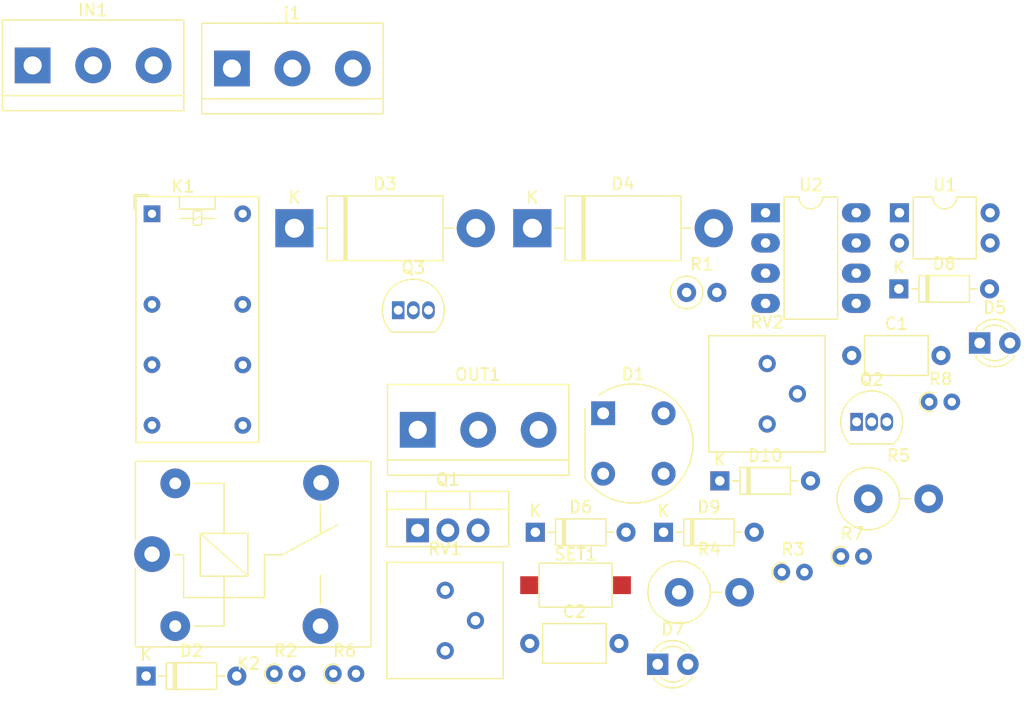
<source format=kicad_pcb>
(kicad_pcb (version 20171130) (host pcbnew "(5.1.4)-1")

  (general
    (thickness 1.6)
    (drawings 0)
    (tracks 0)
    (zones 0)
    (modules 33)
    (nets 30)
  )

  (page A4)
  (layers
    (0 F.Cu signal)
    (31 B.Cu signal)
    (33 F.Adhes user)
    (35 F.Paste user)
    (37 F.SilkS user)
    (39 F.Mask user)
    (40 Dwgs.User user)
    (41 Cmts.User user)
    (42 Eco1.User user)
    (43 Eco2.User user)
    (44 Edge.Cuts user)
    (45 Margin user)
    (46 B.CrtYd user)
    (47 F.CrtYd user)
    (49 F.Fab user)
  )

  (setup
    (last_trace_width 0.25)
    (trace_clearance 0.2)
    (zone_clearance 0.508)
    (zone_45_only no)
    (trace_min 0.2)
    (via_size 0.8)
    (via_drill 0.4)
    (via_min_size 0.4)
    (via_min_drill 0.3)
    (uvia_size 0.3)
    (uvia_drill 0.1)
    (uvias_allowed no)
    (uvia_min_size 0.2)
    (uvia_min_drill 0.1)
    (edge_width 0.05)
    (segment_width 0.2)
    (pcb_text_width 0.3)
    (pcb_text_size 1.5 1.5)
    (mod_edge_width 0.12)
    (mod_text_size 1 1)
    (mod_text_width 0.15)
    (pad_size 1.524 1.524)
    (pad_drill 0.762)
    (pad_to_mask_clearance 0.051)
    (solder_mask_min_width 0.25)
    (aux_axis_origin 0 0)
    (visible_elements 7FFFEFFF)
    (pcbplotparams
      (layerselection 0x010fc_ffffffff)
      (usegerberextensions false)
      (usegerberattributes false)
      (usegerberadvancedattributes false)
      (creategerberjobfile false)
      (excludeedgelayer true)
      (linewidth 0.100000)
      (plotframeref false)
      (viasonmask false)
      (mode 1)
      (useauxorigin false)
      (hpglpennumber 1)
      (hpglpenspeed 20)
      (hpglpendiameter 15.000000)
      (psnegative false)
      (psa4output false)
      (plotreference true)
      (plotvalue true)
      (plotinvisibletext false)
      (padsonsilk false)
      (subtractmaskfromsilk false)
      (outputformat 1)
      (mirror false)
      (drillshape 1)
      (scaleselection 1)
      (outputdirectory ""))
  )

  (net 0 "")
  (net 1 GND)
  (net 2 "Net-(C1-Pad1)")
  (net 3 "Net-(C2-Pad1)")
  (net 4 "Net-(D1-Pad1)")
  (net 5 "Net-(D1-Pad3)")
  (net 6 "Net-(D1-Pad2)")
  (net 7 "Net-(D1-Pad4)")
  (net 8 "Net-(D2-Pad2)")
  (net 9 "Net-(D2-Pad1)")
  (net 10 "Net-(D3-Pad2)")
  (net 11 "Net-(D3-Pad1)")
  (net 12 "Net-(D5-Pad1)")
  (net 13 "Net-(D10-Pad1)")
  (net 14 "Net-(D7-Pad1)")
  (net 15 "Net-(D8-Pad2)")
  (net 16 "Net-(D10-Pad2)")
  (net 17 "Net-(j1-Pad3)")
  (net 18 "Net-(K1-Pad9)")
  (net 19 "Net-(K1-Pad11)")
  (net 20 "Net-(K1-Pad6)")
  (net 21 "Net-(K2-Pad4)")
  (net 22 "Net-(Q1-Pad1)")
  (net 23 "Net-(Q2-Pad2)")
  (net 24 "Net-(Q3-Pad1)")
  (net 25 "Net-(Q3-Pad3)")
  (net 26 "Net-(Q3-Pad2)")
  (net 27 "Net-(R4-Pad2)")
  (net 28 "Net-(R6-Pad2)")
  (net 29 "Net-(RV1-Pad2)")

  (net_class Default "Esta es la clase de red por defecto."
    (clearance 0.2)
    (trace_width 0.25)
    (via_dia 0.8)
    (via_drill 0.4)
    (uvia_dia 0.3)
    (uvia_drill 0.1)
    (add_net GND)
    (add_net "Net-(C1-Pad1)")
    (add_net "Net-(C2-Pad1)")
    (add_net "Net-(D1-Pad1)")
    (add_net "Net-(D1-Pad2)")
    (add_net "Net-(D1-Pad3)")
    (add_net "Net-(D1-Pad4)")
    (add_net "Net-(D10-Pad1)")
    (add_net "Net-(D10-Pad2)")
    (add_net "Net-(D2-Pad1)")
    (add_net "Net-(D2-Pad2)")
    (add_net "Net-(D3-Pad1)")
    (add_net "Net-(D3-Pad2)")
    (add_net "Net-(D5-Pad1)")
    (add_net "Net-(D7-Pad1)")
    (add_net "Net-(D8-Pad2)")
    (add_net "Net-(K1-Pad11)")
    (add_net "Net-(K1-Pad6)")
    (add_net "Net-(K1-Pad9)")
    (add_net "Net-(K2-Pad4)")
    (add_net "Net-(Q1-Pad1)")
    (add_net "Net-(Q2-Pad2)")
    (add_net "Net-(Q3-Pad1)")
    (add_net "Net-(Q3-Pad2)")
    (add_net "Net-(Q3-Pad3)")
    (add_net "Net-(R4-Pad2)")
    (add_net "Net-(R6-Pad2)")
    (add_net "Net-(RV1-Pad2)")
    (add_net "Net-(j1-Pad3)")
  )

  (module Package_DIP:DIP-8_W7.62mm_LongPads (layer F.Cu) (tedit 5A02E8C5) (tstamp 5DBA3B3F)
    (at 146.43 71.82)
    (descr "8-lead though-hole mounted DIP package, row spacing 7.62 mm (300 mils), LongPads")
    (tags "THT DIP DIL PDIP 2.54mm 7.62mm 300mil LongPads")
    (path /5DA0F80F)
    (fp_text reference U2 (at 3.81 -2.33) (layer F.SilkS)
      (effects (font (size 1 1) (thickness 0.15)))
    )
    (fp_text value NE555 (at 3.81 9.95) (layer F.Fab)
      (effects (font (size 1 1) (thickness 0.15)))
    )
    (fp_text user %R (at 3.81 3.81) (layer F.Fab)
      (effects (font (size 1 1) (thickness 0.15)))
    )
    (fp_line (start 9.1 -1.55) (end -1.45 -1.55) (layer F.CrtYd) (width 0.05))
    (fp_line (start 9.1 9.15) (end 9.1 -1.55) (layer F.CrtYd) (width 0.05))
    (fp_line (start -1.45 9.15) (end 9.1 9.15) (layer F.CrtYd) (width 0.05))
    (fp_line (start -1.45 -1.55) (end -1.45 9.15) (layer F.CrtYd) (width 0.05))
    (fp_line (start 6.06 -1.33) (end 4.81 -1.33) (layer F.SilkS) (width 0.12))
    (fp_line (start 6.06 8.95) (end 6.06 -1.33) (layer F.SilkS) (width 0.12))
    (fp_line (start 1.56 8.95) (end 6.06 8.95) (layer F.SilkS) (width 0.12))
    (fp_line (start 1.56 -1.33) (end 1.56 8.95) (layer F.SilkS) (width 0.12))
    (fp_line (start 2.81 -1.33) (end 1.56 -1.33) (layer F.SilkS) (width 0.12))
    (fp_line (start 0.635 -0.27) (end 1.635 -1.27) (layer F.Fab) (width 0.1))
    (fp_line (start 0.635 8.89) (end 0.635 -0.27) (layer F.Fab) (width 0.1))
    (fp_line (start 6.985 8.89) (end 0.635 8.89) (layer F.Fab) (width 0.1))
    (fp_line (start 6.985 -1.27) (end 6.985 8.89) (layer F.Fab) (width 0.1))
    (fp_line (start 1.635 -1.27) (end 6.985 -1.27) (layer F.Fab) (width 0.1))
    (fp_arc (start 3.81 -1.33) (end 2.81 -1.33) (angle -180) (layer F.SilkS) (width 0.12))
    (pad 8 thru_hole oval (at 7.62 0) (size 2.4 1.6) (drill 0.8) (layers *.Cu *.Mask)
      (net 11 "Net-(D3-Pad1)"))
    (pad 4 thru_hole oval (at 0 7.62) (size 2.4 1.6) (drill 0.8) (layers *.Cu *.Mask)
      (net 11 "Net-(D3-Pad1)"))
    (pad 7 thru_hole oval (at 7.62 2.54) (size 2.4 1.6) (drill 0.8) (layers *.Cu *.Mask)
      (net 25 "Net-(Q3-Pad3)"))
    (pad 3 thru_hole oval (at 0 5.08) (size 2.4 1.6) (drill 0.8) (layers *.Cu *.Mask)
      (net 16 "Net-(D10-Pad2)"))
    (pad 6 thru_hole oval (at 7.62 5.08) (size 2.4 1.6) (drill 0.8) (layers *.Cu *.Mask)
      (net 29 "Net-(RV1-Pad2)"))
    (pad 2 thru_hole oval (at 0 2.54) (size 2.4 1.6) (drill 0.8) (layers *.Cu *.Mask)
      (net 24 "Net-(Q3-Pad1)"))
    (pad 5 thru_hole oval (at 7.62 7.62) (size 2.4 1.6) (drill 0.8) (layers *.Cu *.Mask)
      (net 3 "Net-(C2-Pad1)"))
    (pad 1 thru_hole rect (at 0 0) (size 2.4 1.6) (drill 0.8) (layers *.Cu *.Mask)
      (net 1 GND))
    (model ${KISYS3DMOD}/Package_DIP.3dshapes/DIP-8_W7.62mm.wrl
      (at (xyz 0 0 0))
      (scale (xyz 1 1 1))
      (rotate (xyz 0 0 0))
    )
  )

  (module Package_DIP:DIP-4_W7.62mm (layer F.Cu) (tedit 5A02E8C5) (tstamp 5DBA3B23)
    (at 157.68 71.82)
    (descr "4-lead though-hole mounted DIP package, row spacing 7.62 mm (300 mils)")
    (tags "THT DIP DIL PDIP 2.54mm 7.62mm 300mil")
    (path /5DA19C97)
    (fp_text reference U1 (at 3.81 -2.33) (layer F.SilkS)
      (effects (font (size 1 1) (thickness 0.15)))
    )
    (fp_text value PC817 (at 3.81 4.87) (layer F.Fab)
      (effects (font (size 1 1) (thickness 0.15)))
    )
    (fp_text user %R (at 3.81 1.27) (layer F.Fab)
      (effects (font (size 1 1) (thickness 0.15)))
    )
    (fp_line (start 8.7 -1.55) (end -1.1 -1.55) (layer F.CrtYd) (width 0.05))
    (fp_line (start 8.7 4.1) (end 8.7 -1.55) (layer F.CrtYd) (width 0.05))
    (fp_line (start -1.1 4.1) (end 8.7 4.1) (layer F.CrtYd) (width 0.05))
    (fp_line (start -1.1 -1.55) (end -1.1 4.1) (layer F.CrtYd) (width 0.05))
    (fp_line (start 6.46 -1.33) (end 4.81 -1.33) (layer F.SilkS) (width 0.12))
    (fp_line (start 6.46 3.87) (end 6.46 -1.33) (layer F.SilkS) (width 0.12))
    (fp_line (start 1.16 3.87) (end 6.46 3.87) (layer F.SilkS) (width 0.12))
    (fp_line (start 1.16 -1.33) (end 1.16 3.87) (layer F.SilkS) (width 0.12))
    (fp_line (start 2.81 -1.33) (end 1.16 -1.33) (layer F.SilkS) (width 0.12))
    (fp_line (start 0.635 -0.27) (end 1.635 -1.27) (layer F.Fab) (width 0.1))
    (fp_line (start 0.635 3.81) (end 0.635 -0.27) (layer F.Fab) (width 0.1))
    (fp_line (start 6.985 3.81) (end 0.635 3.81) (layer F.Fab) (width 0.1))
    (fp_line (start 6.985 -1.27) (end 6.985 3.81) (layer F.Fab) (width 0.1))
    (fp_line (start 1.635 -1.27) (end 6.985 -1.27) (layer F.Fab) (width 0.1))
    (fp_arc (start 3.81 -1.33) (end 2.81 -1.33) (angle -180) (layer F.SilkS) (width 0.12))
    (pad 4 thru_hole oval (at 7.62 0) (size 1.6 1.6) (drill 0.8) (layers *.Cu *.Mask)
      (net 8 "Net-(D2-Pad2)"))
    (pad 2 thru_hole oval (at 0 2.54) (size 1.6 1.6) (drill 0.8) (layers *.Cu *.Mask)
      (net 27 "Net-(R4-Pad2)"))
    (pad 3 thru_hole oval (at 7.62 2.54) (size 1.6 1.6) (drill 0.8) (layers *.Cu *.Mask)
      (net 23 "Net-(Q2-Pad2)"))
    (pad 1 thru_hole rect (at 0 0) (size 1.6 1.6) (drill 0.8) (layers *.Cu *.Mask)
      (net 4 "Net-(D1-Pad1)"))
    (model ${KISYS3DMOD}/Package_DIP.3dshapes/DIP-4_W7.62mm.wrl
      (at (xyz 0 0 0))
      (scale (xyz 1 1 1))
      (rotate (xyz 0 0 0))
    )
  )

  (module Button_Switch_SMD:SW_SPST_CK_RS282G05A3 (layer F.Cu) (tedit 5A7A67D2) (tstamp 5DBA3B0B)
    (at 130.47 103.13)
    (descr https://www.mouser.com/ds/2/60/RS-282G05A-SM_RT-1159762.pdf)
    (tags "SPST button tactile switch")
    (path /5DC86824)
    (attr smd)
    (fp_text reference SET1 (at 0 -2.6) (layer F.SilkS)
      (effects (font (size 1 1) (thickness 0.15)))
    )
    (fp_text value SW_Push (at 0 3) (layer F.Fab)
      (effects (font (size 1 1) (thickness 0.15)))
    )
    (fp_line (start 3 -1.8) (end 3 1.8) (layer F.Fab) (width 0.1))
    (fp_line (start -3 -1.8) (end -3 1.8) (layer F.Fab) (width 0.1))
    (fp_line (start -3 -1.8) (end 3 -1.8) (layer F.Fab) (width 0.1))
    (fp_line (start -3 1.8) (end 3 1.8) (layer F.Fab) (width 0.1))
    (fp_line (start -1.5 -0.8) (end -1.5 0.8) (layer F.Fab) (width 0.1))
    (fp_line (start 1.5 -0.8) (end 1.5 0.8) (layer F.Fab) (width 0.1))
    (fp_line (start -1.5 -0.8) (end 1.5 -0.8) (layer F.Fab) (width 0.1))
    (fp_line (start -1.5 0.8) (end 1.5 0.8) (layer F.Fab) (width 0.1))
    (fp_line (start -3.06 1.85) (end -3.06 -1.85) (layer F.SilkS) (width 0.12))
    (fp_line (start 3.06 1.85) (end -3.06 1.85) (layer F.SilkS) (width 0.12))
    (fp_line (start 3.06 -1.85) (end 3.06 1.85) (layer F.SilkS) (width 0.12))
    (fp_line (start -3.06 -1.85) (end 3.06 -1.85) (layer F.SilkS) (width 0.12))
    (fp_line (start -1.75 1) (end -1.75 -1) (layer F.Fab) (width 0.1))
    (fp_line (start 1.75 1) (end -1.75 1) (layer F.Fab) (width 0.1))
    (fp_line (start 1.75 -1) (end 1.75 1) (layer F.Fab) (width 0.1))
    (fp_line (start -1.75 -1) (end 1.75 -1) (layer F.Fab) (width 0.1))
    (fp_text user %R (at 0 -2.6) (layer F.Fab)
      (effects (font (size 1 1) (thickness 0.15)))
    )
    (fp_line (start -4.9 -2.05) (end 4.9 -2.05) (layer F.CrtYd) (width 0.05))
    (fp_line (start 4.9 -2.05) (end 4.9 2.05) (layer F.CrtYd) (width 0.05))
    (fp_line (start 4.9 2.05) (end -4.9 2.05) (layer F.CrtYd) (width 0.05))
    (fp_line (start -4.9 2.05) (end -4.9 -2.05) (layer F.CrtYd) (width 0.05))
    (pad 2 smd rect (at 3.9 0) (size 1.5 1.5) (layers F.Cu F.Paste F.Mask)
      (net 1 GND))
    (pad 1 smd rect (at -3.9 0) (size 1.5 1.5) (layers F.Cu F.Paste F.Mask)
      (net 24 "Net-(Q3-Pad1)"))
    (model ${KISYS3DMOD}/Button_Switch_SMD.3dshapes/SW_SPST_CK_RS282G05A3.wrl
      (at (xyz 0 0 0))
      (scale (xyz 1 1 1))
      (rotate (xyz 0 0 0))
    )
  )

  (module Potentiometer_THT:Potentiometer_Bourns_3386P_Vertical (layer F.Cu) (tedit 5AA07388) (tstamp 5DBA3AF0)
    (at 146.57 89.58)
    (descr "Potentiometer, vertical, Bourns 3386P, https://www.bourns.com/pdfs/3386.pdf")
    (tags "Potentiometer vertical Bourns 3386P")
    (path /5DA1CE12)
    (fp_text reference RV2 (at -0.015 -8.555) (layer F.SilkS)
      (effects (font (size 1 1) (thickness 0.15)))
    )
    (fp_text value R_POT_TRIM (at -0.015 3.475) (layer F.Fab)
      (effects (font (size 1 1) (thickness 0.15)))
    )
    (fp_text user %R (at -3.78 -2.54 90) (layer F.Fab)
      (effects (font (size 1 1) (thickness 0.15)))
    )
    (fp_line (start 5 -7.56) (end -5.03 -7.56) (layer F.CrtYd) (width 0.05))
    (fp_line (start 5 2.48) (end 5 -7.56) (layer F.CrtYd) (width 0.05))
    (fp_line (start -5.03 2.48) (end 5 2.48) (layer F.CrtYd) (width 0.05))
    (fp_line (start -5.03 -7.56) (end -5.03 2.48) (layer F.CrtYd) (width 0.05))
    (fp_line (start 4.87 -7.425) (end 4.87 2.345) (layer F.SilkS) (width 0.12))
    (fp_line (start -4.9 -7.425) (end -4.9 2.345) (layer F.SilkS) (width 0.12))
    (fp_line (start -4.9 2.345) (end 4.87 2.345) (layer F.SilkS) (width 0.12))
    (fp_line (start -4.9 -7.425) (end 4.87 -7.425) (layer F.SilkS) (width 0.12))
    (fp_line (start -0.891 -0.98) (end -0.89 -4.099) (layer F.Fab) (width 0.1))
    (fp_line (start -0.891 -0.98) (end -0.89 -4.099) (layer F.Fab) (width 0.1))
    (fp_line (start 4.75 -7.305) (end -4.78 -7.305) (layer F.Fab) (width 0.1))
    (fp_line (start 4.75 2.225) (end 4.75 -7.305) (layer F.Fab) (width 0.1))
    (fp_line (start -4.78 2.225) (end 4.75 2.225) (layer F.Fab) (width 0.1))
    (fp_line (start -4.78 -7.305) (end -4.78 2.225) (layer F.Fab) (width 0.1))
    (fp_circle (center -0.891 -2.54) (end 0.684 -2.54) (layer F.Fab) (width 0.1))
    (pad 1 thru_hole circle (at 0 0) (size 1.44 1.44) (drill 0.8) (layers *.Cu *.Mask)
      (net 1 GND))
    (pad 2 thru_hole circle (at 2.54 -2.54) (size 1.44 1.44) (drill 0.8) (layers *.Cu *.Mask)
      (net 22 "Net-(Q1-Pad1)"))
    (pad 3 thru_hole circle (at 0 -5.08) (size 1.44 1.44) (drill 0.8) (layers *.Cu *.Mask)
      (net 2 "Net-(C1-Pad1)"))
    (model ${KISYS3DMOD}/Potentiometer_THT.3dshapes/Potentiometer_Bourns_3386P_Vertical.wrl
      (at (xyz 0 0 0))
      (scale (xyz 1 1 1))
      (rotate (xyz 0 0 0))
    )
  )

  (module Potentiometer_THT:Potentiometer_Bourns_3386P_Vertical (layer F.Cu) (tedit 5AA07388) (tstamp 5DBA3AD9)
    (at 119.52 108.64)
    (descr "Potentiometer, vertical, Bourns 3386P, https://www.bourns.com/pdfs/3386.pdf")
    (tags "Potentiometer vertical Bourns 3386P")
    (path /5DBEC7E9)
    (fp_text reference RV1 (at -0.015 -8.555) (layer F.SilkS)
      (effects (font (size 1 1) (thickness 0.15)))
    )
    (fp_text value R_POT_TRIM (at -0.015 3.475) (layer F.Fab)
      (effects (font (size 1 1) (thickness 0.15)))
    )
    (fp_text user %R (at -3.78 -2.54 90) (layer F.Fab)
      (effects (font (size 1 1) (thickness 0.15)))
    )
    (fp_line (start 5 -7.56) (end -5.03 -7.56) (layer F.CrtYd) (width 0.05))
    (fp_line (start 5 2.48) (end 5 -7.56) (layer F.CrtYd) (width 0.05))
    (fp_line (start -5.03 2.48) (end 5 2.48) (layer F.CrtYd) (width 0.05))
    (fp_line (start -5.03 -7.56) (end -5.03 2.48) (layer F.CrtYd) (width 0.05))
    (fp_line (start 4.87 -7.425) (end 4.87 2.345) (layer F.SilkS) (width 0.12))
    (fp_line (start -4.9 -7.425) (end -4.9 2.345) (layer F.SilkS) (width 0.12))
    (fp_line (start -4.9 2.345) (end 4.87 2.345) (layer F.SilkS) (width 0.12))
    (fp_line (start -4.9 -7.425) (end 4.87 -7.425) (layer F.SilkS) (width 0.12))
    (fp_line (start -0.891 -0.98) (end -0.89 -4.099) (layer F.Fab) (width 0.1))
    (fp_line (start -0.891 -0.98) (end -0.89 -4.099) (layer F.Fab) (width 0.1))
    (fp_line (start 4.75 -7.305) (end -4.78 -7.305) (layer F.Fab) (width 0.1))
    (fp_line (start 4.75 2.225) (end 4.75 -7.305) (layer F.Fab) (width 0.1))
    (fp_line (start -4.78 2.225) (end 4.75 2.225) (layer F.Fab) (width 0.1))
    (fp_line (start -4.78 -7.305) (end -4.78 2.225) (layer F.Fab) (width 0.1))
    (fp_circle (center -0.891 -2.54) (end 0.684 -2.54) (layer F.Fab) (width 0.1))
    (pad 1 thru_hole circle (at 0 0) (size 1.44 1.44) (drill 0.8) (layers *.Cu *.Mask)
      (net 1 GND))
    (pad 2 thru_hole circle (at 2.54 -2.54) (size 1.44 1.44) (drill 0.8) (layers *.Cu *.Mask)
      (net 29 "Net-(RV1-Pad2)"))
    (pad 3 thru_hole circle (at 0 -5.08) (size 1.44 1.44) (drill 0.8) (layers *.Cu *.Mask)
      (net 2 "Net-(C1-Pad1)"))
    (model ${KISYS3DMOD}/Potentiometer_THT.3dshapes/Potentiometer_Bourns_3386P_Vertical.wrl
      (at (xyz 0 0 0))
      (scale (xyz 1 1 1))
      (rotate (xyz 0 0 0))
    )
  )

  (module Resistor_THT:R_Axial_DIN0204_L3.6mm_D1.6mm_P1.90mm_Vertical (layer F.Cu) (tedit 5AE5139B) (tstamp 5DBA3AC2)
    (at 160.18 87.72)
    (descr "Resistor, Axial_DIN0204 series, Axial, Vertical, pin pitch=1.9mm, 0.167W, length*diameter=3.6*1.6mm^2, http://cdn-reichelt.de/documents/datenblatt/B400/1_4W%23YAG.pdf")
    (tags "Resistor Axial_DIN0204 series Axial Vertical pin pitch 1.9mm 0.167W length 3.6mm diameter 1.6mm")
    (path /5DB6FD9E)
    (fp_text reference R8 (at 0.95 -1.92) (layer F.SilkS)
      (effects (font (size 1 1) (thickness 0.15)))
    )
    (fp_text value 2K2 (at 0.95 1.92) (layer F.Fab)
      (effects (font (size 1 1) (thickness 0.15)))
    )
    (fp_text user %R (at 0.95 -1.92) (layer F.Fab)
      (effects (font (size 1 1) (thickness 0.15)))
    )
    (fp_line (start 2.86 -1.05) (end -1.05 -1.05) (layer F.CrtYd) (width 0.05))
    (fp_line (start 2.86 1.05) (end 2.86 -1.05) (layer F.CrtYd) (width 0.05))
    (fp_line (start -1.05 1.05) (end 2.86 1.05) (layer F.CrtYd) (width 0.05))
    (fp_line (start -1.05 -1.05) (end -1.05 1.05) (layer F.CrtYd) (width 0.05))
    (fp_line (start 0 0) (end 1.9 0) (layer F.Fab) (width 0.1))
    (fp_circle (center 0 0) (end 0.8 0) (layer F.Fab) (width 0.1))
    (fp_arc (start 0 0) (end 0.417133 -0.7) (angle -233.92106) (layer F.SilkS) (width 0.12))
    (pad 2 thru_hole oval (at 1.9 0) (size 1.4 1.4) (drill 0.7) (layers *.Cu *.Mask)
      (net 1 GND))
    (pad 1 thru_hole circle (at 0 0) (size 1.4 1.4) (drill 0.7) (layers *.Cu *.Mask)
      (net 14 "Net-(D7-Pad1)"))
    (model ${KISYS3DMOD}/Resistor_THT.3dshapes/R_Axial_DIN0204_L3.6mm_D1.6mm_P1.90mm_Vertical.wrl
      (at (xyz 0 0 0))
      (scale (xyz 1 1 1))
      (rotate (xyz 0 0 0))
    )
  )

  (module Resistor_THT:R_Axial_DIN0204_L3.6mm_D1.6mm_P1.90mm_Vertical (layer F.Cu) (tedit 5AE5139B) (tstamp 5DBA3AB4)
    (at 152.76 100.71)
    (descr "Resistor, Axial_DIN0204 series, Axial, Vertical, pin pitch=1.9mm, 0.167W, length*diameter=3.6*1.6mm^2, http://cdn-reichelt.de/documents/datenblatt/B400/1_4W%23YAG.pdf")
    (tags "Resistor Axial_DIN0204 series Axial Vertical pin pitch 1.9mm 0.167W length 3.6mm diameter 1.6mm")
    (path /5DBB6E36)
    (fp_text reference R7 (at 0.95 -1.92) (layer F.SilkS)
      (effects (font (size 1 1) (thickness 0.15)))
    )
    (fp_text value 2K2 (at 0.95 1.92) (layer F.Fab)
      (effects (font (size 1 1) (thickness 0.15)))
    )
    (fp_text user %R (at 0.95 -1.92) (layer F.Fab)
      (effects (font (size 1 1) (thickness 0.15)))
    )
    (fp_line (start 2.86 -1.05) (end -1.05 -1.05) (layer F.CrtYd) (width 0.05))
    (fp_line (start 2.86 1.05) (end 2.86 -1.05) (layer F.CrtYd) (width 0.05))
    (fp_line (start -1.05 1.05) (end 2.86 1.05) (layer F.CrtYd) (width 0.05))
    (fp_line (start -1.05 -1.05) (end -1.05 1.05) (layer F.CrtYd) (width 0.05))
    (fp_line (start 0 0) (end 1.9 0) (layer F.Fab) (width 0.1))
    (fp_circle (center 0 0) (end 0.8 0) (layer F.Fab) (width 0.1))
    (fp_arc (start 0 0) (end 0.417133 -0.7) (angle -233.92106) (layer F.SilkS) (width 0.12))
    (pad 2 thru_hole oval (at 1.9 0) (size 1.4 1.4) (drill 0.7) (layers *.Cu *.Mask)
      (net 26 "Net-(Q3-Pad2)"))
    (pad 1 thru_hole circle (at 0 0) (size 1.4 1.4) (drill 0.7) (layers *.Cu *.Mask)
      (net 28 "Net-(R6-Pad2)"))
    (model ${KISYS3DMOD}/Resistor_THT.3dshapes/R_Axial_DIN0204_L3.6mm_D1.6mm_P1.90mm_Vertical.wrl
      (at (xyz 0 0 0))
      (scale (xyz 1 1 1))
      (rotate (xyz 0 0 0))
    )
  )

  (module Resistor_THT:R_Axial_DIN0204_L3.6mm_D1.6mm_P1.90mm_Vertical (layer F.Cu) (tedit 5AE5139B) (tstamp 5DBA3AA6)
    (at 110.12 110.57)
    (descr "Resistor, Axial_DIN0204 series, Axial, Vertical, pin pitch=1.9mm, 0.167W, length*diameter=3.6*1.6mm^2, http://cdn-reichelt.de/documents/datenblatt/B400/1_4W%23YAG.pdf")
    (tags "Resistor Axial_DIN0204 series Axial Vertical pin pitch 1.9mm 0.167W length 3.6mm diameter 1.6mm")
    (path /5DBCF55E)
    (fp_text reference R6 (at 0.95 -1.92) (layer F.SilkS)
      (effects (font (size 1 1) (thickness 0.15)))
    )
    (fp_text value 180 (at 0.95 1.92) (layer F.Fab)
      (effects (font (size 1 1) (thickness 0.15)))
    )
    (fp_text user %R (at 0.95 -1.92) (layer F.Fab)
      (effects (font (size 1 1) (thickness 0.15)))
    )
    (fp_line (start 2.86 -1.05) (end -1.05 -1.05) (layer F.CrtYd) (width 0.05))
    (fp_line (start 2.86 1.05) (end 2.86 -1.05) (layer F.CrtYd) (width 0.05))
    (fp_line (start -1.05 1.05) (end 2.86 1.05) (layer F.CrtYd) (width 0.05))
    (fp_line (start -1.05 -1.05) (end -1.05 1.05) (layer F.CrtYd) (width 0.05))
    (fp_line (start 0 0) (end 1.9 0) (layer F.Fab) (width 0.1))
    (fp_circle (center 0 0) (end 0.8 0) (layer F.Fab) (width 0.1))
    (fp_arc (start 0 0) (end 0.417133 -0.7) (angle -233.92106) (layer F.SilkS) (width 0.12))
    (pad 2 thru_hole oval (at 1.9 0) (size 1.4 1.4) (drill 0.7) (layers *.Cu *.Mask)
      (net 28 "Net-(R6-Pad2)"))
    (pad 1 thru_hole circle (at 0 0) (size 1.4 1.4) (drill 0.7) (layers *.Cu *.Mask)
      (net 1 GND))
    (model ${KISYS3DMOD}/Resistor_THT.3dshapes/R_Axial_DIN0204_L3.6mm_D1.6mm_P1.90mm_Vertical.wrl
      (at (xyz 0 0 0))
      (scale (xyz 1 1 1))
      (rotate (xyz 0 0 0))
    )
  )

  (module Resistor_THT:R_Axial_DIN0516_L15.5mm_D5.0mm_P5.08mm_Vertical (layer F.Cu) (tedit 5AE5139B) (tstamp 5DBA3A98)
    (at 155.06 95.86)
    (descr "Resistor, Axial_DIN0516 series, Axial, Vertical, pin pitch=5.08mm, 2W, length*diameter=15.5*5mm^2, http://cdn-reichelt.de/documents/datenblatt/B400/1_4W%23YAG.pdf")
    (tags "Resistor Axial_DIN0516 series Axial Vertical pin pitch 5.08mm 2W length 15.5mm diameter 5mm")
    (path /5DA69E81)
    (fp_text reference R5 (at 2.54 -3.62) (layer F.SilkS)
      (effects (font (size 1 1) (thickness 0.15)))
    )
    (fp_text value 68K (at 2.54 3.62) (layer F.Fab)
      (effects (font (size 1 1) (thickness 0.15)))
    )
    (fp_text user %R (at 2.54 -3.62) (layer F.Fab)
      (effects (font (size 1 1) (thickness 0.15)))
    )
    (fp_line (start 6.53 -2.75) (end -2.75 -2.75) (layer F.CrtYd) (width 0.05))
    (fp_line (start 6.53 2.75) (end 6.53 -2.75) (layer F.CrtYd) (width 0.05))
    (fp_line (start -2.75 2.75) (end 6.53 2.75) (layer F.CrtYd) (width 0.05))
    (fp_line (start -2.75 -2.75) (end -2.75 2.75) (layer F.CrtYd) (width 0.05))
    (fp_line (start 2.62 0) (end 3.58 0) (layer F.SilkS) (width 0.12))
    (fp_line (start 0 0) (end 5.08 0) (layer F.Fab) (width 0.1))
    (fp_circle (center 0 0) (end 2.62 0) (layer F.SilkS) (width 0.12))
    (fp_circle (center 0 0) (end 2.5 0) (layer F.Fab) (width 0.1))
    (pad 2 thru_hole oval (at 5.08 0) (size 2.4 2.4) (drill 1.2) (layers *.Cu *.Mask)
      (net 27 "Net-(R4-Pad2)"))
    (pad 1 thru_hole circle (at 0 0) (size 2.4 2.4) (drill 1.2) (layers *.Cu *.Mask)
      (net 5 "Net-(D1-Pad3)"))
    (model ${KISYS3DMOD}/Resistor_THT.3dshapes/R_Axial_DIN0516_L15.5mm_D5.0mm_P5.08mm_Vertical.wrl
      (at (xyz 0 0 0))
      (scale (xyz 1 1 1))
      (rotate (xyz 0 0 0))
    )
  )

  (module Resistor_THT:R_Axial_DIN0516_L15.5mm_D5.0mm_P5.08mm_Vertical (layer F.Cu) (tedit 5AE5139B) (tstamp 5DBA3A89)
    (at 139.17 103.73)
    (descr "Resistor, Axial_DIN0516 series, Axial, Vertical, pin pitch=5.08mm, 2W, length*diameter=15.5*5mm^2, http://cdn-reichelt.de/documents/datenblatt/B400/1_4W%23YAG.pdf")
    (tags "Resistor Axial_DIN0516 series Axial Vertical pin pitch 5.08mm 2W length 15.5mm diameter 5mm")
    (path /5DA1C06A)
    (fp_text reference R4 (at 2.54 -3.62) (layer F.SilkS)
      (effects (font (size 1 1) (thickness 0.15)))
    )
    (fp_text value 68K (at 2.54 3.62) (layer F.Fab)
      (effects (font (size 1 1) (thickness 0.15)))
    )
    (fp_text user %R (at 2.54 -3.62) (layer F.Fab)
      (effects (font (size 1 1) (thickness 0.15)))
    )
    (fp_line (start 6.53 -2.75) (end -2.75 -2.75) (layer F.CrtYd) (width 0.05))
    (fp_line (start 6.53 2.75) (end 6.53 -2.75) (layer F.CrtYd) (width 0.05))
    (fp_line (start -2.75 2.75) (end 6.53 2.75) (layer F.CrtYd) (width 0.05))
    (fp_line (start -2.75 -2.75) (end -2.75 2.75) (layer F.CrtYd) (width 0.05))
    (fp_line (start 2.62 0) (end 3.58 0) (layer F.SilkS) (width 0.12))
    (fp_line (start 0 0) (end 5.08 0) (layer F.Fab) (width 0.1))
    (fp_circle (center 0 0) (end 2.62 0) (layer F.SilkS) (width 0.12))
    (fp_circle (center 0 0) (end 2.5 0) (layer F.Fab) (width 0.1))
    (pad 2 thru_hole oval (at 5.08 0) (size 2.4 2.4) (drill 1.2) (layers *.Cu *.Mask)
      (net 27 "Net-(R4-Pad2)"))
    (pad 1 thru_hole circle (at 0 0) (size 2.4 2.4) (drill 1.2) (layers *.Cu *.Mask)
      (net 5 "Net-(D1-Pad3)"))
    (model ${KISYS3DMOD}/Resistor_THT.3dshapes/R_Axial_DIN0516_L15.5mm_D5.0mm_P5.08mm_Vertical.wrl
      (at (xyz 0 0 0))
      (scale (xyz 1 1 1))
      (rotate (xyz 0 0 0))
    )
  )

  (module Resistor_THT:R_Axial_DIN0204_L3.6mm_D1.6mm_P1.90mm_Vertical (layer F.Cu) (tedit 5AE5139B) (tstamp 5DBA3A7A)
    (at 147.8 102.03)
    (descr "Resistor, Axial_DIN0204 series, Axial, Vertical, pin pitch=1.9mm, 0.167W, length*diameter=3.6*1.6mm^2, http://cdn-reichelt.de/documents/datenblatt/B400/1_4W%23YAG.pdf")
    (tags "Resistor Axial_DIN0204 series Axial Vertical pin pitch 1.9mm 0.167W length 3.6mm diameter 1.6mm")
    (path /5DBF61A1)
    (fp_text reference R3 (at 0.95 -1.92) (layer F.SilkS)
      (effects (font (size 1 1) (thickness 0.15)))
    )
    (fp_text value 330 (at 0.95 1.92) (layer F.Fab)
      (effects (font (size 1 1) (thickness 0.15)))
    )
    (fp_text user %R (at 0.95 -1.92) (layer F.Fab)
      (effects (font (size 1 1) (thickness 0.15)))
    )
    (fp_line (start 2.86 -1.05) (end -1.05 -1.05) (layer F.CrtYd) (width 0.05))
    (fp_line (start 2.86 1.05) (end 2.86 -1.05) (layer F.CrtYd) (width 0.05))
    (fp_line (start -1.05 1.05) (end 2.86 1.05) (layer F.CrtYd) (width 0.05))
    (fp_line (start -1.05 -1.05) (end -1.05 1.05) (layer F.CrtYd) (width 0.05))
    (fp_line (start 0 0) (end 1.9 0) (layer F.Fab) (width 0.1))
    (fp_circle (center 0 0) (end 0.8 0) (layer F.Fab) (width 0.1))
    (fp_arc (start 0 0) (end 0.417133 -0.7) (angle -233.92106) (layer F.SilkS) (width 0.12))
    (pad 2 thru_hole oval (at 1.9 0) (size 1.4 1.4) (drill 0.7) (layers *.Cu *.Mask)
      (net 2 "Net-(C1-Pad1)"))
    (pad 1 thru_hole circle (at 0 0) (size 1.4 1.4) (drill 0.7) (layers *.Cu *.Mask)
      (net 11 "Net-(D3-Pad1)"))
    (model ${KISYS3DMOD}/Resistor_THT.3dshapes/R_Axial_DIN0204_L3.6mm_D1.6mm_P1.90mm_Vertical.wrl
      (at (xyz 0 0 0))
      (scale (xyz 1 1 1))
      (rotate (xyz 0 0 0))
    )
  )

  (module Resistor_THT:R_Axial_DIN0204_L3.6mm_D1.6mm_P1.90mm_Vertical (layer F.Cu) (tedit 5AE5139B) (tstamp 5DBA3A6C)
    (at 105.16 110.57)
    (descr "Resistor, Axial_DIN0204 series, Axial, Vertical, pin pitch=1.9mm, 0.167W, length*diameter=3.6*1.6mm^2, http://cdn-reichelt.de/documents/datenblatt/B400/1_4W%23YAG.pdf")
    (tags "Resistor Axial_DIN0204 series Axial Vertical pin pitch 1.9mm 0.167W length 3.6mm diameter 1.6mm")
    (path /5DB996F2)
    (fp_text reference R2 (at 0.95 -1.92) (layer F.SilkS)
      (effects (font (size 1 1) (thickness 0.15)))
    )
    (fp_text value 2K2 (at 0.95 1.92) (layer F.Fab)
      (effects (font (size 1 1) (thickness 0.15)))
    )
    (fp_text user %R (at 0.95 -1.92) (layer F.Fab)
      (effects (font (size 1 1) (thickness 0.15)))
    )
    (fp_line (start 2.86 -1.05) (end -1.05 -1.05) (layer F.CrtYd) (width 0.05))
    (fp_line (start 2.86 1.05) (end 2.86 -1.05) (layer F.CrtYd) (width 0.05))
    (fp_line (start -1.05 1.05) (end 2.86 1.05) (layer F.CrtYd) (width 0.05))
    (fp_line (start -1.05 -1.05) (end -1.05 1.05) (layer F.CrtYd) (width 0.05))
    (fp_line (start 0 0) (end 1.9 0) (layer F.Fab) (width 0.1))
    (fp_circle (center 0 0) (end 0.8 0) (layer F.Fab) (width 0.1))
    (fp_arc (start 0 0) (end 0.417133 -0.7) (angle -233.92106) (layer F.SilkS) (width 0.12))
    (pad 2 thru_hole oval (at 1.9 0) (size 1.4 1.4) (drill 0.7) (layers *.Cu *.Mask)
      (net 24 "Net-(Q3-Pad1)"))
    (pad 1 thru_hole circle (at 0 0) (size 1.4 1.4) (drill 0.7) (layers *.Cu *.Mask)
      (net 11 "Net-(D3-Pad1)"))
    (model ${KISYS3DMOD}/Resistor_THT.3dshapes/R_Axial_DIN0204_L3.6mm_D1.6mm_P1.90mm_Vertical.wrl
      (at (xyz 0 0 0))
      (scale (xyz 1 1 1))
      (rotate (xyz 0 0 0))
    )
  )

  (module Resistor_THT:R_Axial_DIN0207_L6.3mm_D2.5mm_P2.54mm_Vertical (layer F.Cu) (tedit 5AE5139B) (tstamp 5DBA3A5E)
    (at 139.8 78.52)
    (descr "Resistor, Axial_DIN0207 series, Axial, Vertical, pin pitch=2.54mm, 0.25W = 1/4W, length*diameter=6.3*2.5mm^2, http://cdn-reichelt.de/documents/datenblatt/B400/1_4W%23YAG.pdf")
    (tags "Resistor Axial_DIN0207 series Axial Vertical pin pitch 2.54mm 0.25W = 1/4W length 6.3mm diameter 2.5mm")
    (path /5DA78404)
    (fp_text reference R1 (at 1.27 -2.37) (layer F.SilkS)
      (effects (font (size 1 1) (thickness 0.15)))
    )
    (fp_text value R (at 1.27 2.37) (layer F.Fab)
      (effects (font (size 1 1) (thickness 0.15)))
    )
    (fp_text user %R (at 1.27 -2.37) (layer F.Fab)
      (effects (font (size 1 1) (thickness 0.15)))
    )
    (fp_line (start 3.59 -1.5) (end -1.5 -1.5) (layer F.CrtYd) (width 0.05))
    (fp_line (start 3.59 1.5) (end 3.59 -1.5) (layer F.CrtYd) (width 0.05))
    (fp_line (start -1.5 1.5) (end 3.59 1.5) (layer F.CrtYd) (width 0.05))
    (fp_line (start -1.5 -1.5) (end -1.5 1.5) (layer F.CrtYd) (width 0.05))
    (fp_line (start 1.37 0) (end 1.44 0) (layer F.SilkS) (width 0.12))
    (fp_line (start 0 0) (end 2.54 0) (layer F.Fab) (width 0.1))
    (fp_circle (center 0 0) (end 1.37 0) (layer F.SilkS) (width 0.12))
    (fp_circle (center 0 0) (end 1.25 0) (layer F.Fab) (width 0.1))
    (pad 2 thru_hole oval (at 2.54 0) (size 1.6 1.6) (drill 0.8) (layers *.Cu *.Mask)
      (net 8 "Net-(D2-Pad2)"))
    (pad 1 thru_hole circle (at 0 0) (size 1.6 1.6) (drill 0.8) (layers *.Cu *.Mask)
      (net 12 "Net-(D5-Pad1)"))
    (model ${KISYS3DMOD}/Resistor_THT.3dshapes/R_Axial_DIN0207_L6.3mm_D2.5mm_P2.54mm_Vertical.wrl
      (at (xyz 0 0 0))
      (scale (xyz 1 1 1))
      (rotate (xyz 0 0 0))
    )
  )

  (module Package_TO_SOT_THT:TO-92_Inline (layer F.Cu) (tedit 5A1DD157) (tstamp 5DBA3A4F)
    (at 115.57 80.01)
    (descr "TO-92 leads in-line, narrow, oval pads, drill 0.75mm (see NXP sot054_po.pdf)")
    (tags "to-92 sc-43 sc-43a sot54 PA33 transistor")
    (path /5DB7FA4E)
    (fp_text reference Q3 (at 1.27 -3.56) (layer F.SilkS)
      (effects (font (size 1 1) (thickness 0.15)))
    )
    (fp_text value BC548 (at 1.27 2.79) (layer F.Fab)
      (effects (font (size 1 1) (thickness 0.15)))
    )
    (fp_arc (start 1.27 0) (end 1.27 -2.6) (angle 135) (layer F.SilkS) (width 0.12))
    (fp_arc (start 1.27 0) (end 1.27 -2.48) (angle -135) (layer F.Fab) (width 0.1))
    (fp_arc (start 1.27 0) (end 1.27 -2.6) (angle -135) (layer F.SilkS) (width 0.12))
    (fp_arc (start 1.27 0) (end 1.27 -2.48) (angle 135) (layer F.Fab) (width 0.1))
    (fp_line (start 4 2.01) (end -1.46 2.01) (layer F.CrtYd) (width 0.05))
    (fp_line (start 4 2.01) (end 4 -2.73) (layer F.CrtYd) (width 0.05))
    (fp_line (start -1.46 -2.73) (end -1.46 2.01) (layer F.CrtYd) (width 0.05))
    (fp_line (start -1.46 -2.73) (end 4 -2.73) (layer F.CrtYd) (width 0.05))
    (fp_line (start -0.5 1.75) (end 3 1.75) (layer F.Fab) (width 0.1))
    (fp_line (start -0.53 1.85) (end 3.07 1.85) (layer F.SilkS) (width 0.12))
    (fp_text user %R (at 1.27 -3.56) (layer F.Fab)
      (effects (font (size 1 1) (thickness 0.15)))
    )
    (pad 1 thru_hole rect (at 0 0) (size 1.05 1.5) (drill 0.75) (layers *.Cu *.Mask)
      (net 24 "Net-(Q3-Pad1)"))
    (pad 3 thru_hole oval (at 2.54 0) (size 1.05 1.5) (drill 0.75) (layers *.Cu *.Mask)
      (net 25 "Net-(Q3-Pad3)"))
    (pad 2 thru_hole oval (at 1.27 0) (size 1.05 1.5) (drill 0.75) (layers *.Cu *.Mask)
      (net 26 "Net-(Q3-Pad2)"))
    (model ${KISYS3DMOD}/Package_TO_SOT_THT.3dshapes/TO-92_Inline.wrl
      (at (xyz 0 0 0))
      (scale (xyz 1 1 1))
      (rotate (xyz 0 0 0))
    )
  )

  (module Package_TO_SOT_THT:TO-92_Inline (layer F.Cu) (tedit 5A1DD157) (tstamp 5DBA3A3D)
    (at 154.08 89.4)
    (descr "TO-92 leads in-line, narrow, oval pads, drill 0.75mm (see NXP sot054_po.pdf)")
    (tags "to-92 sc-43 sc-43a sot54 PA33 transistor")
    (path /5DA14FBA)
    (fp_text reference Q2 (at 1.27 -3.56) (layer F.SilkS)
      (effects (font (size 1 1) (thickness 0.15)))
    )
    (fp_text value BC548 (at 1.27 2.79) (layer F.Fab)
      (effects (font (size 1 1) (thickness 0.15)))
    )
    (fp_arc (start 1.27 0) (end 1.27 -2.6) (angle 135) (layer F.SilkS) (width 0.12))
    (fp_arc (start 1.27 0) (end 1.27 -2.48) (angle -135) (layer F.Fab) (width 0.1))
    (fp_arc (start 1.27 0) (end 1.27 -2.6) (angle -135) (layer F.SilkS) (width 0.12))
    (fp_arc (start 1.27 0) (end 1.27 -2.48) (angle 135) (layer F.Fab) (width 0.1))
    (fp_line (start 4 2.01) (end -1.46 2.01) (layer F.CrtYd) (width 0.05))
    (fp_line (start 4 2.01) (end 4 -2.73) (layer F.CrtYd) (width 0.05))
    (fp_line (start -1.46 -2.73) (end -1.46 2.01) (layer F.CrtYd) (width 0.05))
    (fp_line (start -1.46 -2.73) (end 4 -2.73) (layer F.CrtYd) (width 0.05))
    (fp_line (start -0.5 1.75) (end 3 1.75) (layer F.Fab) (width 0.1))
    (fp_line (start -0.53 1.85) (end 3.07 1.85) (layer F.SilkS) (width 0.12))
    (fp_text user %R (at 1.27 -3.56) (layer F.Fab)
      (effects (font (size 1 1) (thickness 0.15)))
    )
    (pad 1 thru_hole rect (at 0 0) (size 1.05 1.5) (drill 0.75) (layers *.Cu *.Mask)
      (net 8 "Net-(D2-Pad2)"))
    (pad 3 thru_hole oval (at 2.54 0) (size 1.05 1.5) (drill 0.75) (layers *.Cu *.Mask)
      (net 1 GND))
    (pad 2 thru_hole oval (at 1.27 0) (size 1.05 1.5) (drill 0.75) (layers *.Cu *.Mask)
      (net 23 "Net-(Q2-Pad2)"))
    (model ${KISYS3DMOD}/Package_TO_SOT_THT.3dshapes/TO-92_Inline.wrl
      (at (xyz 0 0 0))
      (scale (xyz 1 1 1))
      (rotate (xyz 0 0 0))
    )
  )

  (module Package_TO_SOT_THT:TO-220-3_Vertical (layer F.Cu) (tedit 5AC8BA0D) (tstamp 5DBA3A2B)
    (at 117.2 98.52)
    (descr "TO-220-3, Vertical, RM 2.54mm, see https://www.vishay.com/docs/66542/to-220-1.pdf")
    (tags "TO-220-3 Vertical RM 2.54mm")
    (path /5DA16047)
    (fp_text reference Q1 (at 2.54 -4.27) (layer F.SilkS)
      (effects (font (size 1 1) (thickness 0.15)))
    )
    (fp_text value IRF540N (at 2.54 2.5) (layer F.Fab)
      (effects (font (size 1 1) (thickness 0.15)))
    )
    (fp_text user %R (at 2.54 -4.27) (layer F.Fab)
      (effects (font (size 1 1) (thickness 0.15)))
    )
    (fp_line (start 7.79 -3.4) (end -2.71 -3.4) (layer F.CrtYd) (width 0.05))
    (fp_line (start 7.79 1.51) (end 7.79 -3.4) (layer F.CrtYd) (width 0.05))
    (fp_line (start -2.71 1.51) (end 7.79 1.51) (layer F.CrtYd) (width 0.05))
    (fp_line (start -2.71 -3.4) (end -2.71 1.51) (layer F.CrtYd) (width 0.05))
    (fp_line (start 4.391 -3.27) (end 4.391 -1.76) (layer F.SilkS) (width 0.12))
    (fp_line (start 0.69 -3.27) (end 0.69 -1.76) (layer F.SilkS) (width 0.12))
    (fp_line (start -2.58 -1.76) (end 7.66 -1.76) (layer F.SilkS) (width 0.12))
    (fp_line (start 7.66 -3.27) (end 7.66 1.371) (layer F.SilkS) (width 0.12))
    (fp_line (start -2.58 -3.27) (end -2.58 1.371) (layer F.SilkS) (width 0.12))
    (fp_line (start -2.58 1.371) (end 7.66 1.371) (layer F.SilkS) (width 0.12))
    (fp_line (start -2.58 -3.27) (end 7.66 -3.27) (layer F.SilkS) (width 0.12))
    (fp_line (start 4.39 -3.15) (end 4.39 -1.88) (layer F.Fab) (width 0.1))
    (fp_line (start 0.69 -3.15) (end 0.69 -1.88) (layer F.Fab) (width 0.1))
    (fp_line (start -2.46 -1.88) (end 7.54 -1.88) (layer F.Fab) (width 0.1))
    (fp_line (start 7.54 -3.15) (end -2.46 -3.15) (layer F.Fab) (width 0.1))
    (fp_line (start 7.54 1.25) (end 7.54 -3.15) (layer F.Fab) (width 0.1))
    (fp_line (start -2.46 1.25) (end 7.54 1.25) (layer F.Fab) (width 0.1))
    (fp_line (start -2.46 -3.15) (end -2.46 1.25) (layer F.Fab) (width 0.1))
    (pad 3 thru_hole oval (at 5.08 0) (size 1.905 2) (drill 1.1) (layers *.Cu *.Mask)
      (net 1 GND))
    (pad 2 thru_hole oval (at 2.54 0) (size 1.905 2) (drill 1.1) (layers *.Cu *.Mask)
      (net 19 "Net-(K1-Pad11)"))
    (pad 1 thru_hole rect (at 0 0) (size 1.905 2) (drill 1.1) (layers *.Cu *.Mask)
      (net 22 "Net-(Q1-Pad1)"))
    (model ${KISYS3DMOD}/Package_TO_SOT_THT.3dshapes/TO-220-3_Vertical.wrl
      (at (xyz 0 0 0))
      (scale (xyz 1 1 1))
      (rotate (xyz 0 0 0))
    )
  )

  (module TerminalBlock:TerminalBlock_bornier-3_P5.08mm (layer F.Cu) (tedit 59FF03B9) (tstamp 5DBA3A11)
    (at 117.21 90.07)
    (descr "simple 3-pin terminal block, pitch 5.08mm, revamped version of bornier3")
    (tags "terminal block bornier3")
    (path /5DA7D1E5)
    (fp_text reference OUT1 (at 5.05 -4.65) (layer F.SilkS)
      (effects (font (size 1 1) (thickness 0.15)))
    )
    (fp_text value BAT (at 5.08 5.08) (layer F.Fab)
      (effects (font (size 1 1) (thickness 0.15)))
    )
    (fp_line (start 12.88 4) (end -2.72 4) (layer F.CrtYd) (width 0.05))
    (fp_line (start 12.88 4) (end 12.88 -4) (layer F.CrtYd) (width 0.05))
    (fp_line (start -2.72 -4) (end -2.72 4) (layer F.CrtYd) (width 0.05))
    (fp_line (start -2.72 -4) (end 12.88 -4) (layer F.CrtYd) (width 0.05))
    (fp_line (start -2.54 3.81) (end 12.7 3.81) (layer F.SilkS) (width 0.12))
    (fp_line (start -2.54 -3.81) (end 12.7 -3.81) (layer F.SilkS) (width 0.12))
    (fp_line (start -2.54 2.54) (end 12.7 2.54) (layer F.SilkS) (width 0.12))
    (fp_line (start 12.7 3.81) (end 12.7 -3.81) (layer F.SilkS) (width 0.12))
    (fp_line (start -2.54 3.81) (end -2.54 -3.81) (layer F.SilkS) (width 0.12))
    (fp_line (start -2.47 3.75) (end -2.47 -3.75) (layer F.Fab) (width 0.1))
    (fp_line (start 12.63 3.75) (end -2.47 3.75) (layer F.Fab) (width 0.1))
    (fp_line (start 12.63 -3.75) (end 12.63 3.75) (layer F.Fab) (width 0.1))
    (fp_line (start -2.47 -3.75) (end 12.63 -3.75) (layer F.Fab) (width 0.1))
    (fp_line (start -2.47 2.55) (end 12.63 2.55) (layer F.Fab) (width 0.1))
    (fp_text user %R (at 5.08 0) (layer F.Fab)
      (effects (font (size 1 1) (thickness 0.15)))
    )
    (pad 3 thru_hole circle (at 10.16 0) (size 3 3) (drill 1.52) (layers *.Cu *.Mask)
      (net 19 "Net-(K1-Pad11)"))
    (pad 2 thru_hole circle (at 5.08 0) (size 3 3) (drill 1.52) (layers *.Cu *.Mask)
      (net 11 "Net-(D3-Pad1)"))
    (pad 1 thru_hole rect (at 0 0) (size 3 3) (drill 1.52) (layers *.Cu *.Mask)
      (net 1 GND))
    (model ${KISYS3DMOD}/TerminalBlock.3dshapes/TerminalBlock_bornier-3_P5.08mm.wrl
      (offset (xyz 5.079999923706055 0 0))
      (scale (xyz 1 1 1))
      (rotate (xyz 0 0 0))
    )
  )

  (module Relay_THT:Relay_SPDT_SANYOU_SRD_Series_Form_C (layer F.Cu) (tedit 58FA3148) (tstamp 5DBA39FB)
    (at 94.89 100.52)
    (descr "relay Sanyou SRD series Form C http://www.sanyourelay.ca/public/products/pdf/SRD.pdf")
    (tags "relay Sanyu SRD form C")
    (path /5DA0EDE6)
    (fp_text reference K2 (at 8.1 9.2) (layer F.SilkS)
      (effects (font (size 1 1) (thickness 0.15)))
    )
    (fp_text value SANYOU_SRD_Form_C (at 8 -9.6) (layer F.Fab)
      (effects (font (size 1 1) (thickness 0.15)))
    )
    (fp_line (start 8.05 1.85) (end 4.05 1.85) (layer F.SilkS) (width 0.12))
    (fp_line (start 8.05 -1.75) (end 8.05 1.85) (layer F.SilkS) (width 0.12))
    (fp_line (start 4.05 -1.75) (end 8.05 -1.75) (layer F.SilkS) (width 0.12))
    (fp_line (start 4.05 1.85) (end 4.05 -1.75) (layer F.SilkS) (width 0.12))
    (fp_line (start 8.05 1.85) (end 4.05 -1.75) (layer F.SilkS) (width 0.12))
    (fp_line (start 6.05 1.85) (end 6.05 6.05) (layer F.SilkS) (width 0.12))
    (fp_line (start 6.05 -5.95) (end 6.05 -1.75) (layer F.SilkS) (width 0.12))
    (fp_line (start 2.65 0.05) (end 2.65 3.65) (layer F.SilkS) (width 0.12))
    (fp_line (start 9.45 0.05) (end 9.45 3.65) (layer F.SilkS) (width 0.12))
    (fp_line (start 9.45 3.65) (end 2.65 3.65) (layer F.SilkS) (width 0.12))
    (fp_line (start 10.95 0.05) (end 15.55 -2.45) (layer F.SilkS) (width 0.12))
    (fp_line (start 9.45 0.05) (end 10.95 0.05) (layer F.SilkS) (width 0.12))
    (fp_line (start 6.05 -5.95) (end 3.55 -5.95) (layer F.SilkS) (width 0.12))
    (fp_line (start 2.65 0.05) (end 1.85 0.05) (layer F.SilkS) (width 0.12))
    (fp_line (start 3.55 6.05) (end 6.05 6.05) (layer F.SilkS) (width 0.12))
    (fp_line (start 14.15 -4.2) (end 14.15 -1.7) (layer F.SilkS) (width 0.12))
    (fp_line (start 14.15 4.2) (end 14.15 1.75) (layer F.SilkS) (width 0.12))
    (fp_line (start -1.55 7.95) (end 18.55 7.95) (layer F.CrtYd) (width 0.05))
    (fp_line (start 18.55 -7.95) (end 18.55 7.95) (layer F.CrtYd) (width 0.05))
    (fp_line (start -1.55 7.95) (end -1.55 -7.95) (layer F.CrtYd) (width 0.05))
    (fp_line (start 18.55 -7.95) (end -1.55 -7.95) (layer F.CrtYd) (width 0.05))
    (fp_text user %R (at 7.1 0.025) (layer F.Fab)
      (effects (font (size 1 1) (thickness 0.15)))
    )
    (fp_line (start -1.3 7.7) (end -1.3 -7.7) (layer F.Fab) (width 0.12))
    (fp_line (start 18.3 7.7) (end -1.3 7.7) (layer F.Fab) (width 0.12))
    (fp_line (start 18.3 -7.7) (end 18.3 7.7) (layer F.Fab) (width 0.12))
    (fp_line (start -1.3 -7.7) (end 18.3 -7.7) (layer F.Fab) (width 0.12))
    (fp_text user 1 (at 0 -2.3) (layer F.Fab)
      (effects (font (size 1 1) (thickness 0.15)))
    )
    (fp_line (start 18.4 7.8) (end -1.4 7.8) (layer F.SilkS) (width 0.12))
    (fp_line (start 18.4 -7.8) (end 18.4 7.8) (layer F.SilkS) (width 0.12))
    (fp_line (start -1.4 -7.8) (end 18.4 -7.8) (layer F.SilkS) (width 0.12))
    (fp_line (start -1.4 -7.8) (end -1.4 -1.2) (layer F.SilkS) (width 0.12))
    (fp_line (start -1.4 1.2) (end -1.4 7.8) (layer F.SilkS) (width 0.12))
    (pad 1 thru_hole circle (at 0 0 90) (size 3 3) (drill 1.3) (layers *.Cu *.Mask)
      (net 11 "Net-(D3-Pad1)"))
    (pad 5 thru_hole circle (at 1.95 -5.95 90) (size 2.5 2.5) (drill 1) (layers *.Cu *.Mask)
      (net 13 "Net-(D10-Pad1)"))
    (pad 4 thru_hole circle (at 14.2 -6 90) (size 3 3) (drill 1.3) (layers *.Cu *.Mask)
      (net 21 "Net-(K2-Pad4)"))
    (pad 3 thru_hole circle (at 14.15 6.05 90) (size 3 3) (drill 1.3) (layers *.Cu *.Mask)
      (net 9 "Net-(D2-Pad1)"))
    (pad 2 thru_hole circle (at 1.95 6.05 90) (size 2.5 2.5) (drill 1) (layers *.Cu *.Mask)
      (net 1 GND))
    (model ${KISYS3DMOD}/Relay_THT.3dshapes/Relay_SPDT_SANYOU_SRD_Series_Form_C.wrl
      (at (xyz 0 0 0))
      (scale (xyz 1 1 1))
      (rotate (xyz 0 0 0))
    )
  )

  (module Relay_THT:Relay_DPDT_Omron_G5V-2 (layer F.Cu) (tedit 59D689A9) (tstamp 5DBA39D2)
    (at 94.885 71.905)
    (descr http://omronfs.omron.com/en_US/ecb/products/pdf/en-g5v2.pdf)
    (tags "Omron G5V-2 Relay DPDT")
    (path /5DA17C8E)
    (fp_text reference K1 (at 2.6 -2.3) (layer F.SilkS)
      (effects (font (size 1 1) (thickness 0.15)))
    )
    (fp_text value G5V-2 (at -2.41 9.01 90) (layer F.Fab)
      (effects (font (size 1 1) (thickness 0.15)))
    )
    (fp_line (start -1.45 -1.55) (end -1.45 19.33) (layer F.CrtYd) (width 0.05))
    (fp_line (start 4.17 -0.24) (end 3.47 -0.24) (layer F.SilkS) (width 0.12))
    (fp_line (start 4.17 0.96) (end 4.17 -0.24) (layer F.SilkS) (width 0.12))
    (fp_line (start 3.47 0.96) (end 4.17 0.96) (layer F.SilkS) (width 0.12))
    (fp_line (start 3.47 -0.24) (end 3.47 0.96) (layer F.SilkS) (width 0.12))
    (fp_line (start 3.47 0.56) (end 4.17 0.16) (layer F.SilkS) (width 0.12))
    (fp_line (start 4.17 0.39) (end 5.27 0.39) (layer F.SilkS) (width 0.12))
    (fp_line (start 3.47 0.39) (end 2.37 0.39) (layer F.SilkS) (width 0.12))
    (fp_text user %R (at 3.94 9.16) (layer F.Fab)
      (effects (font (size 1 1) (thickness 0.15)))
    )
    (fp_line (start 9.07 -1.55) (end 9.07 19.33) (layer F.CrtYd) (width 0.05))
    (fp_line (start -1.45 -1.55) (end 9.07 -1.55) (layer F.CrtYd) (width 0.05))
    (fp_line (start 9.07 19.33) (end -1.45 19.33) (layer F.CrtYd) (width 0.05))
    (fp_line (start 5.3 -0.39) (end 5.3 -1.45) (layer F.SilkS) (width 0.12))
    (fp_line (start 2.3 -0.39) (end 5.3 -0.39) (layer F.SilkS) (width 0.12))
    (fp_line (start 2.3 -1.45) (end 2.3 -0.41) (layer F.SilkS) (width 0.12))
    (fp_line (start 8.97 -1.45) (end -1.35 -1.45) (layer F.SilkS) (width 0.12))
    (fp_line (start 8.97 19.22) (end 8.97 -1.45) (layer F.SilkS) (width 0.12))
    (fp_line (start -1.35 19.22) (end 8.97 19.22) (layer F.SilkS) (width 0.12))
    (fp_line (start -1.35 -1.45) (end -1.35 19.22) (layer F.SilkS) (width 0.12))
    (fp_line (start 8.83 19.07) (end 8.83 -1.31) (layer F.Fab) (width 0.12))
    (fp_line (start -1.21 19.07) (end 8.83 19.07) (layer F.Fab) (width 0.12))
    (fp_line (start -1.21 -0.3) (end -1.21 19.58) (layer F.Fab) (width 0.12))
    (fp_line (start 8.83 -1.31) (end -0.3 -1.31) (layer F.Fab) (width 0.12))
    (fp_line (start -1.21 -0.3) (end -0.3 -1.31) (layer F.Fab) (width 0.12))
    (fp_line (start -1.51 -0.3) (end -1.51 -1.6) (layer F.SilkS) (width 0.12))
    (fp_line (start -1.51 -1.6) (end -0.3 -1.6) (layer F.SilkS) (width 0.12))
    (pad 13 thru_hole circle (at 7.62 7.62) (size 1.4 1.4) (drill 0.7) (layers *.Cu *.Mask)
      (net 1 GND))
    (pad 9 thru_hole circle (at 7.63 17.79) (size 1.4 1.4) (drill 0.7) (layers *.Cu *.Mask)
      (net 18 "Net-(K1-Pad9)"))
    (pad 11 thru_hole circle (at 7.63 12.71) (size 1.4 1.4) (drill 0.7) (layers *.Cu *.Mask)
      (net 19 "Net-(K1-Pad11)"))
    (pad 4 thru_hole circle (at 0 7.62) (size 1.4 1.4) (drill 0.7) (layers *.Cu *.Mask)
      (net 10 "Net-(D3-Pad2)"))
    (pad 8 thru_hole circle (at 0 17.78) (size 1.4 1.4) (drill 0.7) (layers *.Cu *.Mask)
      (net 11 "Net-(D3-Pad1)"))
    (pad 6 thru_hole circle (at 0 12.69) (size 1.4 1.4) (drill 0.7) (layers *.Cu *.Mask)
      (net 20 "Net-(K1-Pad6)"))
    (pad 16 thru_hole circle (at 7.62 0) (size 1.4 1.4) (drill 0.7) (layers *.Cu *.Mask)
      (net 8 "Net-(D2-Pad2)"))
    (pad 1 thru_hole rect (at 0 0) (size 1.4 1.4) (drill 0.7) (layers *.Cu *.Mask)
      (net 9 "Net-(D2-Pad1)"))
    (model ${KISYS3DMOD}/Relay_THT.3dshapes/Relay_DPDT_Omron_G5V-2.wrl
      (at (xyz 0 0 0))
      (scale (xyz 1 1 1))
      (rotate (xyz 0 0 0))
    )
  )

  (module TerminalBlock:TerminalBlock_bornier-3_P5.08mm (layer F.Cu) (tedit 59FF03B9) (tstamp 5DBA39AC)
    (at 101.6 59.69)
    (descr "simple 3-pin terminal block, pitch 5.08mm, revamped version of bornier3")
    (tags "terminal block bornier3")
    (path /5DA1F725)
    (fp_text reference j1 (at 5.05 -4.65) (layer F.SilkS)
      (effects (font (size 1 1) (thickness 0.15)))
    )
    (fp_text value 220v (at 5.08 5.08) (layer F.Fab)
      (effects (font (size 1 1) (thickness 0.15)))
    )
    (fp_line (start 12.88 4) (end -2.72 4) (layer F.CrtYd) (width 0.05))
    (fp_line (start 12.88 4) (end 12.88 -4) (layer F.CrtYd) (width 0.05))
    (fp_line (start -2.72 -4) (end -2.72 4) (layer F.CrtYd) (width 0.05))
    (fp_line (start -2.72 -4) (end 12.88 -4) (layer F.CrtYd) (width 0.05))
    (fp_line (start -2.54 3.81) (end 12.7 3.81) (layer F.SilkS) (width 0.12))
    (fp_line (start -2.54 -3.81) (end 12.7 -3.81) (layer F.SilkS) (width 0.12))
    (fp_line (start -2.54 2.54) (end 12.7 2.54) (layer F.SilkS) (width 0.12))
    (fp_line (start 12.7 3.81) (end 12.7 -3.81) (layer F.SilkS) (width 0.12))
    (fp_line (start -2.54 3.81) (end -2.54 -3.81) (layer F.SilkS) (width 0.12))
    (fp_line (start -2.47 3.75) (end -2.47 -3.75) (layer F.Fab) (width 0.1))
    (fp_line (start 12.63 3.75) (end -2.47 3.75) (layer F.Fab) (width 0.1))
    (fp_line (start 12.63 -3.75) (end 12.63 3.75) (layer F.Fab) (width 0.1))
    (fp_line (start -2.47 -3.75) (end 12.63 -3.75) (layer F.Fab) (width 0.1))
    (fp_line (start -2.47 2.55) (end 12.63 2.55) (layer F.Fab) (width 0.1))
    (fp_text user %R (at 5.08 0) (layer F.Fab)
      (effects (font (size 1 1) (thickness 0.15)))
    )
    (pad 3 thru_hole circle (at 10.16 0) (size 3 3) (drill 1.52) (layers *.Cu *.Mask)
      (net 17 "Net-(j1-Pad3)"))
    (pad 2 thru_hole circle (at 5.08 0) (size 3 3) (drill 1.52) (layers *.Cu *.Mask)
      (net 6 "Net-(D1-Pad2)"))
    (pad 1 thru_hole rect (at 0 0) (size 3 3) (drill 1.52) (layers *.Cu *.Mask)
      (net 7 "Net-(D1-Pad4)"))
    (model ${KISYS3DMOD}/TerminalBlock.3dshapes/TerminalBlock_bornier-3_P5.08mm.wrl
      (offset (xyz 5.079999923706055 0 0))
      (scale (xyz 1 1 1))
      (rotate (xyz 0 0 0))
    )
  )

  (module TerminalBlock:TerminalBlock_bornier-3_P5.08mm (layer F.Cu) (tedit 59FF03B9) (tstamp 5DBA3996)
    (at 84.86 59.43)
    (descr "simple 3-pin terminal block, pitch 5.08mm, revamped version of bornier3")
    (tags "terminal block bornier3")
    (path /5DA6E4E1)
    (fp_text reference IN1 (at 5.05 -4.65) (layer F.SilkS)
      (effects (font (size 1 1) (thickness 0.15)))
    )
    (fp_text value 12V (at 5.08 5.08) (layer F.Fab)
      (effects (font (size 1 1) (thickness 0.15)))
    )
    (fp_line (start 12.88 4) (end -2.72 4) (layer F.CrtYd) (width 0.05))
    (fp_line (start 12.88 4) (end 12.88 -4) (layer F.CrtYd) (width 0.05))
    (fp_line (start -2.72 -4) (end -2.72 4) (layer F.CrtYd) (width 0.05))
    (fp_line (start -2.72 -4) (end 12.88 -4) (layer F.CrtYd) (width 0.05))
    (fp_line (start -2.54 3.81) (end 12.7 3.81) (layer F.SilkS) (width 0.12))
    (fp_line (start -2.54 -3.81) (end 12.7 -3.81) (layer F.SilkS) (width 0.12))
    (fp_line (start -2.54 2.54) (end 12.7 2.54) (layer F.SilkS) (width 0.12))
    (fp_line (start 12.7 3.81) (end 12.7 -3.81) (layer F.SilkS) (width 0.12))
    (fp_line (start -2.54 3.81) (end -2.54 -3.81) (layer F.SilkS) (width 0.12))
    (fp_line (start -2.47 3.75) (end -2.47 -3.75) (layer F.Fab) (width 0.1))
    (fp_line (start 12.63 3.75) (end -2.47 3.75) (layer F.Fab) (width 0.1))
    (fp_line (start 12.63 -3.75) (end 12.63 3.75) (layer F.Fab) (width 0.1))
    (fp_line (start -2.47 -3.75) (end 12.63 -3.75) (layer F.Fab) (width 0.1))
    (fp_line (start -2.47 2.55) (end 12.63 2.55) (layer F.Fab) (width 0.1))
    (fp_text user %R (at 5.08 0) (layer F.Fab)
      (effects (font (size 1 1) (thickness 0.15)))
    )
    (pad 3 thru_hole circle (at 10.16 0) (size 3 3) (drill 1.52) (layers *.Cu *.Mask)
      (net 9 "Net-(D2-Pad1)"))
    (pad 2 thru_hole circle (at 5.08 0) (size 3 3) (drill 1.52) (layers *.Cu *.Mask)
      (net 1 GND))
    (pad 1 thru_hole rect (at 0 0) (size 3 3) (drill 1.52) (layers *.Cu *.Mask)
      (net 10 "Net-(D3-Pad2)"))
    (model ${KISYS3DMOD}/TerminalBlock.3dshapes/TerminalBlock_bornier-3_P5.08mm.wrl
      (offset (xyz 5.079999923706055 0 0))
      (scale (xyz 1 1 1))
      (rotate (xyz 0 0 0))
    )
  )

  (module Diode_THT:D_DO-35_SOD27_P7.62mm_Horizontal (layer F.Cu) (tedit 5AE50CD5) (tstamp 5DBA3980)
    (at 142.59 94.36)
    (descr "Diode, DO-35_SOD27 series, Axial, Horizontal, pin pitch=7.62mm, , length*diameter=4*2mm^2, , http://www.diodes.com/_files/packages/DO-35.pdf")
    (tags "Diode DO-35_SOD27 series Axial Horizontal pin pitch 7.62mm  length 4mm diameter 2mm")
    (path /5DB5DAAE)
    (fp_text reference D10 (at 3.81 -2.12) (layer F.SilkS)
      (effects (font (size 1 1) (thickness 0.15)))
    )
    (fp_text value 1N4148 (at 3.81 2.12) (layer F.Fab)
      (effects (font (size 1 1) (thickness 0.15)))
    )
    (fp_text user K (at 0 -1.8) (layer F.SilkS)
      (effects (font (size 1 1) (thickness 0.15)))
    )
    (fp_text user K (at 0 -1.8) (layer F.Fab)
      (effects (font (size 1 1) (thickness 0.15)))
    )
    (fp_text user %R (at 4.11 0) (layer F.Fab)
      (effects (font (size 0.8 0.8) (thickness 0.12)))
    )
    (fp_line (start 8.67 -1.25) (end -1.05 -1.25) (layer F.CrtYd) (width 0.05))
    (fp_line (start 8.67 1.25) (end 8.67 -1.25) (layer F.CrtYd) (width 0.05))
    (fp_line (start -1.05 1.25) (end 8.67 1.25) (layer F.CrtYd) (width 0.05))
    (fp_line (start -1.05 -1.25) (end -1.05 1.25) (layer F.CrtYd) (width 0.05))
    (fp_line (start 2.29 -1.12) (end 2.29 1.12) (layer F.SilkS) (width 0.12))
    (fp_line (start 2.53 -1.12) (end 2.53 1.12) (layer F.SilkS) (width 0.12))
    (fp_line (start 2.41 -1.12) (end 2.41 1.12) (layer F.SilkS) (width 0.12))
    (fp_line (start 6.58 0) (end 5.93 0) (layer F.SilkS) (width 0.12))
    (fp_line (start 1.04 0) (end 1.69 0) (layer F.SilkS) (width 0.12))
    (fp_line (start 5.93 -1.12) (end 1.69 -1.12) (layer F.SilkS) (width 0.12))
    (fp_line (start 5.93 1.12) (end 5.93 -1.12) (layer F.SilkS) (width 0.12))
    (fp_line (start 1.69 1.12) (end 5.93 1.12) (layer F.SilkS) (width 0.12))
    (fp_line (start 1.69 -1.12) (end 1.69 1.12) (layer F.SilkS) (width 0.12))
    (fp_line (start 2.31 -1) (end 2.31 1) (layer F.Fab) (width 0.1))
    (fp_line (start 2.51 -1) (end 2.51 1) (layer F.Fab) (width 0.1))
    (fp_line (start 2.41 -1) (end 2.41 1) (layer F.Fab) (width 0.1))
    (fp_line (start 7.62 0) (end 5.81 0) (layer F.Fab) (width 0.1))
    (fp_line (start 0 0) (end 1.81 0) (layer F.Fab) (width 0.1))
    (fp_line (start 5.81 -1) (end 1.81 -1) (layer F.Fab) (width 0.1))
    (fp_line (start 5.81 1) (end 5.81 -1) (layer F.Fab) (width 0.1))
    (fp_line (start 1.81 1) (end 5.81 1) (layer F.Fab) (width 0.1))
    (fp_line (start 1.81 -1) (end 1.81 1) (layer F.Fab) (width 0.1))
    (pad 2 thru_hole oval (at 7.62 0) (size 1.6 1.6) (drill 0.8) (layers *.Cu *.Mask)
      (net 16 "Net-(D10-Pad2)"))
    (pad 1 thru_hole rect (at 0 0) (size 1.6 1.6) (drill 0.8) (layers *.Cu *.Mask)
      (net 13 "Net-(D10-Pad1)"))
    (model ${KISYS3DMOD}/Diode_THT.3dshapes/D_DO-35_SOD27_P7.62mm_Horizontal.wrl
      (at (xyz 0 0 0))
      (scale (xyz 1 1 1))
      (rotate (xyz 0 0 0))
    )
  )

  (module Diode_THT:D_DO-35_SOD27_P7.62mm_Horizontal (layer F.Cu) (tedit 5AE50CD5) (tstamp 5DBA3961)
    (at 137.86 98.68)
    (descr "Diode, DO-35_SOD27 series, Axial, Horizontal, pin pitch=7.62mm, , length*diameter=4*2mm^2, , http://www.diodes.com/_files/packages/DO-35.pdf")
    (tags "Diode DO-35_SOD27 series Axial Horizontal pin pitch 7.62mm  length 4mm diameter 2mm")
    (path /5DC136EA)
    (fp_text reference D9 (at 3.81 -2.12) (layer F.SilkS)
      (effects (font (size 1 1) (thickness 0.15)))
    )
    (fp_text value D_Zener (at 3.81 2.12) (layer F.Fab)
      (effects (font (size 1 1) (thickness 0.15)))
    )
    (fp_text user K (at 0 -1.8) (layer F.SilkS)
      (effects (font (size 1 1) (thickness 0.15)))
    )
    (fp_text user K (at 0 -1.8) (layer F.Fab)
      (effects (font (size 1 1) (thickness 0.15)))
    )
    (fp_text user %R (at 4.11 0) (layer F.Fab)
      (effects (font (size 0.8 0.8) (thickness 0.12)))
    )
    (fp_line (start 8.67 -1.25) (end -1.05 -1.25) (layer F.CrtYd) (width 0.05))
    (fp_line (start 8.67 1.25) (end 8.67 -1.25) (layer F.CrtYd) (width 0.05))
    (fp_line (start -1.05 1.25) (end 8.67 1.25) (layer F.CrtYd) (width 0.05))
    (fp_line (start -1.05 -1.25) (end -1.05 1.25) (layer F.CrtYd) (width 0.05))
    (fp_line (start 2.29 -1.12) (end 2.29 1.12) (layer F.SilkS) (width 0.12))
    (fp_line (start 2.53 -1.12) (end 2.53 1.12) (layer F.SilkS) (width 0.12))
    (fp_line (start 2.41 -1.12) (end 2.41 1.12) (layer F.SilkS) (width 0.12))
    (fp_line (start 6.58 0) (end 5.93 0) (layer F.SilkS) (width 0.12))
    (fp_line (start 1.04 0) (end 1.69 0) (layer F.SilkS) (width 0.12))
    (fp_line (start 5.93 -1.12) (end 1.69 -1.12) (layer F.SilkS) (width 0.12))
    (fp_line (start 5.93 1.12) (end 5.93 -1.12) (layer F.SilkS) (width 0.12))
    (fp_line (start 1.69 1.12) (end 5.93 1.12) (layer F.SilkS) (width 0.12))
    (fp_line (start 1.69 -1.12) (end 1.69 1.12) (layer F.SilkS) (width 0.12))
    (fp_line (start 2.31 -1) (end 2.31 1) (layer F.Fab) (width 0.1))
    (fp_line (start 2.51 -1) (end 2.51 1) (layer F.Fab) (width 0.1))
    (fp_line (start 2.41 -1) (end 2.41 1) (layer F.Fab) (width 0.1))
    (fp_line (start 7.62 0) (end 5.81 0) (layer F.Fab) (width 0.1))
    (fp_line (start 0 0) (end 1.81 0) (layer F.Fab) (width 0.1))
    (fp_line (start 5.81 -1) (end 1.81 -1) (layer F.Fab) (width 0.1))
    (fp_line (start 5.81 1) (end 5.81 -1) (layer F.Fab) (width 0.1))
    (fp_line (start 1.81 1) (end 5.81 1) (layer F.Fab) (width 0.1))
    (fp_line (start 1.81 -1) (end 1.81 1) (layer F.Fab) (width 0.1))
    (pad 2 thru_hole oval (at 7.62 0) (size 1.6 1.6) (drill 0.8) (layers *.Cu *.Mask)
      (net 1 GND))
    (pad 1 thru_hole rect (at 0 0) (size 1.6 1.6) (drill 0.8) (layers *.Cu *.Mask)
      (net 2 "Net-(C1-Pad1)"))
    (model ${KISYS3DMOD}/Diode_THT.3dshapes/D_DO-35_SOD27_P7.62mm_Horizontal.wrl
      (at (xyz 0 0 0))
      (scale (xyz 1 1 1))
      (rotate (xyz 0 0 0))
    )
  )

  (module Diode_THT:D_DO-35_SOD27_P7.62mm_Horizontal (layer F.Cu) (tedit 5AE50CD5) (tstamp 5DBA3942)
    (at 157.63 78.22)
    (descr "Diode, DO-35_SOD27 series, Axial, Horizontal, pin pitch=7.62mm, , length*diameter=4*2mm^2, , http://www.diodes.com/_files/packages/DO-35.pdf")
    (tags "Diode DO-35_SOD27 series Axial Horizontal pin pitch 7.62mm  length 4mm diameter 2mm")
    (path /5DBDCA99)
    (fp_text reference D8 (at 3.81 -2.12) (layer F.SilkS)
      (effects (font (size 1 1) (thickness 0.15)))
    )
    (fp_text value D_Zener (at 3.81 2.12) (layer F.Fab)
      (effects (font (size 1 1) (thickness 0.15)))
    )
    (fp_text user K (at 0 -1.8) (layer F.SilkS)
      (effects (font (size 1 1) (thickness 0.15)))
    )
    (fp_text user K (at 0 -1.8) (layer F.Fab)
      (effects (font (size 1 1) (thickness 0.15)))
    )
    (fp_text user %R (at 4.11 0) (layer F.Fab)
      (effects (font (size 0.8 0.8) (thickness 0.12)))
    )
    (fp_line (start 8.67 -1.25) (end -1.05 -1.25) (layer F.CrtYd) (width 0.05))
    (fp_line (start 8.67 1.25) (end 8.67 -1.25) (layer F.CrtYd) (width 0.05))
    (fp_line (start -1.05 1.25) (end 8.67 1.25) (layer F.CrtYd) (width 0.05))
    (fp_line (start -1.05 -1.25) (end -1.05 1.25) (layer F.CrtYd) (width 0.05))
    (fp_line (start 2.29 -1.12) (end 2.29 1.12) (layer F.SilkS) (width 0.12))
    (fp_line (start 2.53 -1.12) (end 2.53 1.12) (layer F.SilkS) (width 0.12))
    (fp_line (start 2.41 -1.12) (end 2.41 1.12) (layer F.SilkS) (width 0.12))
    (fp_line (start 6.58 0) (end 5.93 0) (layer F.SilkS) (width 0.12))
    (fp_line (start 1.04 0) (end 1.69 0) (layer F.SilkS) (width 0.12))
    (fp_line (start 5.93 -1.12) (end 1.69 -1.12) (layer F.SilkS) (width 0.12))
    (fp_line (start 5.93 1.12) (end 5.93 -1.12) (layer F.SilkS) (width 0.12))
    (fp_line (start 1.69 1.12) (end 5.93 1.12) (layer F.SilkS) (width 0.12))
    (fp_line (start 1.69 -1.12) (end 1.69 1.12) (layer F.SilkS) (width 0.12))
    (fp_line (start 2.31 -1) (end 2.31 1) (layer F.Fab) (width 0.1))
    (fp_line (start 2.51 -1) (end 2.51 1) (layer F.Fab) (width 0.1))
    (fp_line (start 2.41 -1) (end 2.41 1) (layer F.Fab) (width 0.1))
    (fp_line (start 7.62 0) (end 5.81 0) (layer F.Fab) (width 0.1))
    (fp_line (start 0 0) (end 1.81 0) (layer F.Fab) (width 0.1))
    (fp_line (start 5.81 -1) (end 1.81 -1) (layer F.Fab) (width 0.1))
    (fp_line (start 5.81 1) (end 5.81 -1) (layer F.Fab) (width 0.1))
    (fp_line (start 1.81 1) (end 5.81 1) (layer F.Fab) (width 0.1))
    (fp_line (start 1.81 -1) (end 1.81 1) (layer F.Fab) (width 0.1))
    (pad 2 thru_hole oval (at 7.62 0) (size 1.6 1.6) (drill 0.8) (layers *.Cu *.Mask)
      (net 15 "Net-(D8-Pad2)"))
    (pad 1 thru_hole rect (at 0 0) (size 1.6 1.6) (drill 0.8) (layers *.Cu *.Mask)
      (net 11 "Net-(D3-Pad1)"))
    (model ${KISYS3DMOD}/Diode_THT.3dshapes/D_DO-35_SOD27_P7.62mm_Horizontal.wrl
      (at (xyz 0 0 0))
      (scale (xyz 1 1 1))
      (rotate (xyz 0 0 0))
    )
  )

  (module LED_THT:LED_D3.0mm_IRBlack (layer F.Cu) (tedit 5A6C9BB8) (tstamp 5DBA3923)
    (at 137.37 109.78)
    (descr "IR-ED, diameter 3.0mm, 2 pins, color: black")
    (tags "IR infrared LED diameter 3.0mm 2 pins black")
    (path /5DB6FD98)
    (fp_text reference D7 (at 1.27 -2.96) (layer F.SilkS)
      (effects (font (size 1 1) (thickness 0.15)))
    )
    (fp_text value ROJO (at 1.27 2.96) (layer F.Fab)
      (effects (font (size 1 1) (thickness 0.15)))
    )
    (fp_arc (start 1.27 0) (end 0.229039 1.08) (angle -87.9) (layer F.SilkS) (width 0.12))
    (fp_arc (start 1.27 0) (end 0.229039 -1.08) (angle 87.9) (layer F.SilkS) (width 0.12))
    (fp_arc (start 1.27 0) (end -0.29 1.235516) (angle -108.8) (layer F.SilkS) (width 0.12))
    (fp_arc (start 1.27 0) (end -0.29 -1.235516) (angle 108.8) (layer F.SilkS) (width 0.12))
    (fp_arc (start 1.27 0) (end -0.23 -1.16619) (angle 284.3) (layer F.Fab) (width 0.1))
    (fp_circle (center 1.27 0) (end 2.77 0) (layer F.Fab) (width 0.1))
    (fp_line (start 3.7 -2.25) (end -1.15 -2.25) (layer F.CrtYd) (width 0.05))
    (fp_line (start 3.7 2.25) (end 3.7 -2.25) (layer F.CrtYd) (width 0.05))
    (fp_line (start -1.15 2.25) (end 3.7 2.25) (layer F.CrtYd) (width 0.05))
    (fp_line (start -1.15 -2.25) (end -1.15 2.25) (layer F.CrtYd) (width 0.05))
    (fp_line (start -0.29 1.08) (end -0.29 1.236) (layer F.SilkS) (width 0.12))
    (fp_line (start -0.29 -1.236) (end -0.29 -1.08) (layer F.SilkS) (width 0.12))
    (fp_line (start -0.23 -1.16619) (end -0.23 1.16619) (layer F.Fab) (width 0.1))
    (fp_text user %R (at 1.47 0) (layer F.Fab)
      (effects (font (size 0.8 0.8) (thickness 0.12)))
    )
    (pad 2 thru_hole circle (at 2.54 0) (size 1.8 1.8) (drill 0.9) (layers *.Cu *.Mask)
      (net 13 "Net-(D10-Pad1)"))
    (pad 1 thru_hole rect (at 0 0) (size 1.8 1.8) (drill 0.9) (layers *.Cu *.Mask)
      (net 14 "Net-(D7-Pad1)"))
    (model ${KISYS3DMOD}/LED_THT.3dshapes/LED_D3.0mm_IRBlack.wrl
      (at (xyz 0 0 0))
      (scale (xyz 1 1 1))
      (rotate (xyz 0 0 0))
    )
  )

  (module Diode_THT:D_DO-35_SOD27_P7.62mm_Horizontal (layer F.Cu) (tedit 5AE50CD5) (tstamp 5DBA390F)
    (at 127.09 98.68)
    (descr "Diode, DO-35_SOD27 series, Axial, Horizontal, pin pitch=7.62mm, , length*diameter=4*2mm^2, , http://www.diodes.com/_files/packages/DO-35.pdf")
    (tags "Diode DO-35_SOD27 series Axial Horizontal pin pitch 7.62mm  length 4mm diameter 2mm")
    (path /5DB6FD92)
    (fp_text reference D6 (at 3.81 -2.12) (layer F.SilkS)
      (effects (font (size 1 1) (thickness 0.15)))
    )
    (fp_text value 1N4148 (at 3.81 2.12) (layer F.Fab)
      (effects (font (size 1 1) (thickness 0.15)))
    )
    (fp_text user K (at 0 -1.8) (layer F.SilkS)
      (effects (font (size 1 1) (thickness 0.15)))
    )
    (fp_text user K (at 0 -1.8) (layer F.Fab)
      (effects (font (size 1 1) (thickness 0.15)))
    )
    (fp_text user %R (at 4.11 0) (layer F.Fab)
      (effects (font (size 0.8 0.8) (thickness 0.12)))
    )
    (fp_line (start 8.67 -1.25) (end -1.05 -1.25) (layer F.CrtYd) (width 0.05))
    (fp_line (start 8.67 1.25) (end 8.67 -1.25) (layer F.CrtYd) (width 0.05))
    (fp_line (start -1.05 1.25) (end 8.67 1.25) (layer F.CrtYd) (width 0.05))
    (fp_line (start -1.05 -1.25) (end -1.05 1.25) (layer F.CrtYd) (width 0.05))
    (fp_line (start 2.29 -1.12) (end 2.29 1.12) (layer F.SilkS) (width 0.12))
    (fp_line (start 2.53 -1.12) (end 2.53 1.12) (layer F.SilkS) (width 0.12))
    (fp_line (start 2.41 -1.12) (end 2.41 1.12) (layer F.SilkS) (width 0.12))
    (fp_line (start 6.58 0) (end 5.93 0) (layer F.SilkS) (width 0.12))
    (fp_line (start 1.04 0) (end 1.69 0) (layer F.SilkS) (width 0.12))
    (fp_line (start 5.93 -1.12) (end 1.69 -1.12) (layer F.SilkS) (width 0.12))
    (fp_line (start 5.93 1.12) (end 5.93 -1.12) (layer F.SilkS) (width 0.12))
    (fp_line (start 1.69 1.12) (end 5.93 1.12) (layer F.SilkS) (width 0.12))
    (fp_line (start 1.69 -1.12) (end 1.69 1.12) (layer F.SilkS) (width 0.12))
    (fp_line (start 2.31 -1) (end 2.31 1) (layer F.Fab) (width 0.1))
    (fp_line (start 2.51 -1) (end 2.51 1) (layer F.Fab) (width 0.1))
    (fp_line (start 2.41 -1) (end 2.41 1) (layer F.Fab) (width 0.1))
    (fp_line (start 7.62 0) (end 5.81 0) (layer F.Fab) (width 0.1))
    (fp_line (start 0 0) (end 1.81 0) (layer F.Fab) (width 0.1))
    (fp_line (start 5.81 -1) (end 1.81 -1) (layer F.Fab) (width 0.1))
    (fp_line (start 5.81 1) (end 5.81 -1) (layer F.Fab) (width 0.1))
    (fp_line (start 1.81 1) (end 5.81 1) (layer F.Fab) (width 0.1))
    (fp_line (start 1.81 -1) (end 1.81 1) (layer F.Fab) (width 0.1))
    (pad 2 thru_hole oval (at 7.62 0) (size 1.6 1.6) (drill 0.8) (layers *.Cu *.Mask)
      (net 1 GND))
    (pad 1 thru_hole rect (at 0 0) (size 1.6 1.6) (drill 0.8) (layers *.Cu *.Mask)
      (net 13 "Net-(D10-Pad1)"))
    (model ${KISYS3DMOD}/Diode_THT.3dshapes/D_DO-35_SOD27_P7.62mm_Horizontal.wrl
      (at (xyz 0 0 0))
      (scale (xyz 1 1 1))
      (rotate (xyz 0 0 0))
    )
  )

  (module LED_THT:LED_D3.0mm_IRBlack (layer F.Cu) (tedit 5A6C9BB8) (tstamp 5DBA38F0)
    (at 164.42 82.77)
    (descr "IR-ED, diameter 3.0mm, 2 pins, color: black")
    (tags "IR infrared LED diameter 3.0mm 2 pins black")
    (path /5DA14A15)
    (fp_text reference D5 (at 1.27 -2.96) (layer F.SilkS)
      (effects (font (size 1 1) (thickness 0.15)))
    )
    (fp_text value VERDE (at 1.27 2.96) (layer F.Fab)
      (effects (font (size 1 1) (thickness 0.15)))
    )
    (fp_arc (start 1.27 0) (end 0.229039 1.08) (angle -87.9) (layer F.SilkS) (width 0.12))
    (fp_arc (start 1.27 0) (end 0.229039 -1.08) (angle 87.9) (layer F.SilkS) (width 0.12))
    (fp_arc (start 1.27 0) (end -0.29 1.235516) (angle -108.8) (layer F.SilkS) (width 0.12))
    (fp_arc (start 1.27 0) (end -0.29 -1.235516) (angle 108.8) (layer F.SilkS) (width 0.12))
    (fp_arc (start 1.27 0) (end -0.23 -1.16619) (angle 284.3) (layer F.Fab) (width 0.1))
    (fp_circle (center 1.27 0) (end 2.77 0) (layer F.Fab) (width 0.1))
    (fp_line (start 3.7 -2.25) (end -1.15 -2.25) (layer F.CrtYd) (width 0.05))
    (fp_line (start 3.7 2.25) (end 3.7 -2.25) (layer F.CrtYd) (width 0.05))
    (fp_line (start -1.15 2.25) (end 3.7 2.25) (layer F.CrtYd) (width 0.05))
    (fp_line (start -1.15 -2.25) (end -1.15 2.25) (layer F.CrtYd) (width 0.05))
    (fp_line (start -0.29 1.08) (end -0.29 1.236) (layer F.SilkS) (width 0.12))
    (fp_line (start -0.29 -1.236) (end -0.29 -1.08) (layer F.SilkS) (width 0.12))
    (fp_line (start -0.23 -1.16619) (end -0.23 1.16619) (layer F.Fab) (width 0.1))
    (fp_text user %R (at 1.47 0) (layer F.Fab)
      (effects (font (size 0.8 0.8) (thickness 0.12)))
    )
    (pad 2 thru_hole circle (at 2.54 0) (size 1.8 1.8) (drill 0.9) (layers *.Cu *.Mask)
      (net 9 "Net-(D2-Pad1)"))
    (pad 1 thru_hole rect (at 0 0) (size 1.8 1.8) (drill 0.9) (layers *.Cu *.Mask)
      (net 12 "Net-(D5-Pad1)"))
    (model ${KISYS3DMOD}/LED_THT.3dshapes/LED_D3.0mm_IRBlack.wrl
      (at (xyz 0 0 0))
      (scale (xyz 1 1 1))
      (rotate (xyz 0 0 0))
    )
  )

  (module Diode_THT:D_DO-201AD_P15.24mm_Horizontal (layer F.Cu) (tedit 5AE50CD5) (tstamp 5DBA38DC)
    (at 126.84 73.12)
    (descr "Diode, DO-201AD series, Axial, Horizontal, pin pitch=15.24mm, , length*diameter=9.5*5.2mm^2, , http://www.diodes.com/_files/packages/DO-201AD.pdf")
    (tags "Diode DO-201AD series Axial Horizontal pin pitch 15.24mm  length 9.5mm diameter 5.2mm")
    (path /5DB109B6)
    (fp_text reference D4 (at 7.62 -3.72) (layer F.SilkS)
      (effects (font (size 1 1) (thickness 0.15)))
    )
    (fp_text value 1N5408 (at 7.62 3.72) (layer F.Fab)
      (effects (font (size 1 1) (thickness 0.15)))
    )
    (fp_text user K (at 0 -2.6) (layer F.SilkS)
      (effects (font (size 1 1) (thickness 0.15)))
    )
    (fp_text user K (at 0 -2.6) (layer F.Fab)
      (effects (font (size 1 1) (thickness 0.15)))
    )
    (fp_text user %R (at 8.3325 0) (layer F.Fab)
      (effects (font (size 1 1) (thickness 0.15)))
    )
    (fp_line (start 17.09 -2.85) (end -1.85 -2.85) (layer F.CrtYd) (width 0.05))
    (fp_line (start 17.09 2.85) (end 17.09 -2.85) (layer F.CrtYd) (width 0.05))
    (fp_line (start -1.85 2.85) (end 17.09 2.85) (layer F.CrtYd) (width 0.05))
    (fp_line (start -1.85 -2.85) (end -1.85 2.85) (layer F.CrtYd) (width 0.05))
    (fp_line (start 4.175 -2.72) (end 4.175 2.72) (layer F.SilkS) (width 0.12))
    (fp_line (start 4.415 -2.72) (end 4.415 2.72) (layer F.SilkS) (width 0.12))
    (fp_line (start 4.295 -2.72) (end 4.295 2.72) (layer F.SilkS) (width 0.12))
    (fp_line (start 13.4 0) (end 12.49 0) (layer F.SilkS) (width 0.12))
    (fp_line (start 1.84 0) (end 2.75 0) (layer F.SilkS) (width 0.12))
    (fp_line (start 12.49 -2.72) (end 2.75 -2.72) (layer F.SilkS) (width 0.12))
    (fp_line (start 12.49 2.72) (end 12.49 -2.72) (layer F.SilkS) (width 0.12))
    (fp_line (start 2.75 2.72) (end 12.49 2.72) (layer F.SilkS) (width 0.12))
    (fp_line (start 2.75 -2.72) (end 2.75 2.72) (layer F.SilkS) (width 0.12))
    (fp_line (start 4.195 -2.6) (end 4.195 2.6) (layer F.Fab) (width 0.1))
    (fp_line (start 4.395 -2.6) (end 4.395 2.6) (layer F.Fab) (width 0.1))
    (fp_line (start 4.295 -2.6) (end 4.295 2.6) (layer F.Fab) (width 0.1))
    (fp_line (start 15.24 0) (end 12.37 0) (layer F.Fab) (width 0.1))
    (fp_line (start 0 0) (end 2.87 0) (layer F.Fab) (width 0.1))
    (fp_line (start 12.37 -2.6) (end 2.87 -2.6) (layer F.Fab) (width 0.1))
    (fp_line (start 12.37 2.6) (end 12.37 -2.6) (layer F.Fab) (width 0.1))
    (fp_line (start 2.87 2.6) (end 12.37 2.6) (layer F.Fab) (width 0.1))
    (fp_line (start 2.87 -2.6) (end 2.87 2.6) (layer F.Fab) (width 0.1))
    (pad 2 thru_hole oval (at 15.24 0) (size 3.2 3.2) (drill 1.6) (layers *.Cu *.Mask)
      (net 1 GND))
    (pad 1 thru_hole rect (at 0 0) (size 3.2 3.2) (drill 1.6) (layers *.Cu *.Mask)
      (net 11 "Net-(D3-Pad1)"))
    (model ${KISYS3DMOD}/Diode_THT.3dshapes/D_DO-201AD_P15.24mm_Horizontal.wrl
      (at (xyz 0 0 0))
      (scale (xyz 1 1 1))
      (rotate (xyz 0 0 0))
    )
  )

  (module Diode_THT:D_DO-201AD_P15.24mm_Horizontal (layer F.Cu) (tedit 5AE50CD5) (tstamp 5DBA38BD)
    (at 106.85 73.12)
    (descr "Diode, DO-201AD series, Axial, Horizontal, pin pitch=15.24mm, , length*diameter=9.5*5.2mm^2, , http://www.diodes.com/_files/packages/DO-201AD.pdf")
    (tags "Diode DO-201AD series Axial Horizontal pin pitch 15.24mm  length 9.5mm diameter 5.2mm")
    (path /5DB0E4A2)
    (fp_text reference D3 (at 7.62 -3.72) (layer F.SilkS)
      (effects (font (size 1 1) (thickness 0.15)))
    )
    (fp_text value 1N5408 (at 7.62 3.72) (layer F.Fab)
      (effects (font (size 1 1) (thickness 0.15)))
    )
    (fp_text user K (at 0 -2.6) (layer F.SilkS)
      (effects (font (size 1 1) (thickness 0.15)))
    )
    (fp_text user K (at 0 -2.6) (layer F.Fab)
      (effects (font (size 1 1) (thickness 0.15)))
    )
    (fp_text user %R (at 8.3325 0) (layer F.Fab)
      (effects (font (size 1 1) (thickness 0.15)))
    )
    (fp_line (start 17.09 -2.85) (end -1.85 -2.85) (layer F.CrtYd) (width 0.05))
    (fp_line (start 17.09 2.85) (end 17.09 -2.85) (layer F.CrtYd) (width 0.05))
    (fp_line (start -1.85 2.85) (end 17.09 2.85) (layer F.CrtYd) (width 0.05))
    (fp_line (start -1.85 -2.85) (end -1.85 2.85) (layer F.CrtYd) (width 0.05))
    (fp_line (start 4.175 -2.72) (end 4.175 2.72) (layer F.SilkS) (width 0.12))
    (fp_line (start 4.415 -2.72) (end 4.415 2.72) (layer F.SilkS) (width 0.12))
    (fp_line (start 4.295 -2.72) (end 4.295 2.72) (layer F.SilkS) (width 0.12))
    (fp_line (start 13.4 0) (end 12.49 0) (layer F.SilkS) (width 0.12))
    (fp_line (start 1.84 0) (end 2.75 0) (layer F.SilkS) (width 0.12))
    (fp_line (start 12.49 -2.72) (end 2.75 -2.72) (layer F.SilkS) (width 0.12))
    (fp_line (start 12.49 2.72) (end 12.49 -2.72) (layer F.SilkS) (width 0.12))
    (fp_line (start 2.75 2.72) (end 12.49 2.72) (layer F.SilkS) (width 0.12))
    (fp_line (start 2.75 -2.72) (end 2.75 2.72) (layer F.SilkS) (width 0.12))
    (fp_line (start 4.195 -2.6) (end 4.195 2.6) (layer F.Fab) (width 0.1))
    (fp_line (start 4.395 -2.6) (end 4.395 2.6) (layer F.Fab) (width 0.1))
    (fp_line (start 4.295 -2.6) (end 4.295 2.6) (layer F.Fab) (width 0.1))
    (fp_line (start 15.24 0) (end 12.37 0) (layer F.Fab) (width 0.1))
    (fp_line (start 0 0) (end 2.87 0) (layer F.Fab) (width 0.1))
    (fp_line (start 12.37 -2.6) (end 2.87 -2.6) (layer F.Fab) (width 0.1))
    (fp_line (start 12.37 2.6) (end 12.37 -2.6) (layer F.Fab) (width 0.1))
    (fp_line (start 2.87 2.6) (end 12.37 2.6) (layer F.Fab) (width 0.1))
    (fp_line (start 2.87 -2.6) (end 2.87 2.6) (layer F.Fab) (width 0.1))
    (pad 2 thru_hole oval (at 15.24 0) (size 3.2 3.2) (drill 1.6) (layers *.Cu *.Mask)
      (net 10 "Net-(D3-Pad2)"))
    (pad 1 thru_hole rect (at 0 0) (size 3.2 3.2) (drill 1.6) (layers *.Cu *.Mask)
      (net 11 "Net-(D3-Pad1)"))
    (model ${KISYS3DMOD}/Diode_THT.3dshapes/D_DO-201AD_P15.24mm_Horizontal.wrl
      (at (xyz 0 0 0))
      (scale (xyz 1 1 1))
      (rotate (xyz 0 0 0))
    )
  )

  (module Diode_THT:D_DO-35_SOD27_P7.62mm_Horizontal (layer F.Cu) (tedit 5AE50CD5) (tstamp 5DBA389E)
    (at 94.39 110.77)
    (descr "Diode, DO-35_SOD27 series, Axial, Horizontal, pin pitch=7.62mm, , length*diameter=4*2mm^2, , http://www.diodes.com/_files/packages/DO-35.pdf")
    (tags "Diode DO-35_SOD27 series Axial Horizontal pin pitch 7.62mm  length 4mm diameter 2mm")
    (path /5DA1024A)
    (fp_text reference D2 (at 3.81 -2.12) (layer F.SilkS)
      (effects (font (size 1 1) (thickness 0.15)))
    )
    (fp_text value 1N4148 (at 3.81 2.12) (layer F.Fab)
      (effects (font (size 1 1) (thickness 0.15)))
    )
    (fp_text user K (at 0 -1.8) (layer F.SilkS)
      (effects (font (size 1 1) (thickness 0.15)))
    )
    (fp_text user K (at 0 -1.8) (layer F.Fab)
      (effects (font (size 1 1) (thickness 0.15)))
    )
    (fp_text user %R (at 4.11 0) (layer F.Fab)
      (effects (font (size 0.8 0.8) (thickness 0.12)))
    )
    (fp_line (start 8.67 -1.25) (end -1.05 -1.25) (layer F.CrtYd) (width 0.05))
    (fp_line (start 8.67 1.25) (end 8.67 -1.25) (layer F.CrtYd) (width 0.05))
    (fp_line (start -1.05 1.25) (end 8.67 1.25) (layer F.CrtYd) (width 0.05))
    (fp_line (start -1.05 -1.25) (end -1.05 1.25) (layer F.CrtYd) (width 0.05))
    (fp_line (start 2.29 -1.12) (end 2.29 1.12) (layer F.SilkS) (width 0.12))
    (fp_line (start 2.53 -1.12) (end 2.53 1.12) (layer F.SilkS) (width 0.12))
    (fp_line (start 2.41 -1.12) (end 2.41 1.12) (layer F.SilkS) (width 0.12))
    (fp_line (start 6.58 0) (end 5.93 0) (layer F.SilkS) (width 0.12))
    (fp_line (start 1.04 0) (end 1.69 0) (layer F.SilkS) (width 0.12))
    (fp_line (start 5.93 -1.12) (end 1.69 -1.12) (layer F.SilkS) (width 0.12))
    (fp_line (start 5.93 1.12) (end 5.93 -1.12) (layer F.SilkS) (width 0.12))
    (fp_line (start 1.69 1.12) (end 5.93 1.12) (layer F.SilkS) (width 0.12))
    (fp_line (start 1.69 -1.12) (end 1.69 1.12) (layer F.SilkS) (width 0.12))
    (fp_line (start 2.31 -1) (end 2.31 1) (layer F.Fab) (width 0.1))
    (fp_line (start 2.51 -1) (end 2.51 1) (layer F.Fab) (width 0.1))
    (fp_line (start 2.41 -1) (end 2.41 1) (layer F.Fab) (width 0.1))
    (fp_line (start 7.62 0) (end 5.81 0) (layer F.Fab) (width 0.1))
    (fp_line (start 0 0) (end 1.81 0) (layer F.Fab) (width 0.1))
    (fp_line (start 5.81 -1) (end 1.81 -1) (layer F.Fab) (width 0.1))
    (fp_line (start 5.81 1) (end 5.81 -1) (layer F.Fab) (width 0.1))
    (fp_line (start 1.81 1) (end 5.81 1) (layer F.Fab) (width 0.1))
    (fp_line (start 1.81 -1) (end 1.81 1) (layer F.Fab) (width 0.1))
    (pad 2 thru_hole oval (at 7.62 0) (size 1.6 1.6) (drill 0.8) (layers *.Cu *.Mask)
      (net 8 "Net-(D2-Pad2)"))
    (pad 1 thru_hole rect (at 0 0) (size 1.6 1.6) (drill 0.8) (layers *.Cu *.Mask)
      (net 9 "Net-(D2-Pad1)"))
    (model ${KISYS3DMOD}/Diode_THT.3dshapes/D_DO-35_SOD27_P7.62mm_Horizontal.wrl
      (at (xyz 0 0 0))
      (scale (xyz 1 1 1))
      (rotate (xyz 0 0 0))
    )
  )

  (module Diode_THT:Diode_Bridge_Round_D9.8mm (layer F.Cu) (tedit 5A142105) (tstamp 5DBA387F)
    (at 132.79 88.68)
    (descr "4-lead round diode bridge package, diameter 9.8mm, pin pitch 5.08mm, see http://www.vishay.com/docs/88769/woo5g.pdf")
    (tags "diode bridge 9.8mm WOG pitch 5.08mm")
    (path /5DA1E3F9)
    (fp_text reference D1 (at 2.54 -3.302) (layer F.SilkS)
      (effects (font (size 1 1) (thickness 0.15)))
    )
    (fp_text value W10G (at 2.6035 8.509) (layer F.Fab)
      (effects (font (size 1 1) (thickness 0.15)))
    )
    (fp_arc (start 2.54 2.54) (end -1.4 -0.38) (angle 287) (layer F.Fab) (width 0.12))
    (fp_arc (start 2.54 2.54) (end -0.381 -1.524) (angle 270) (layer F.SilkS) (width 0.12))
    (fp_line (start 7.7 7.7) (end -1.65 7.7) (layer F.CrtYd) (width 0.05))
    (fp_line (start 7.7 7.7) (end 7.7 -2.61) (layer F.CrtYd) (width 0.05))
    (fp_line (start -1.65 -2.61) (end -1.65 7.7) (layer F.CrtYd) (width 0.05))
    (fp_line (start -1.65 -2.61) (end 7.7 -2.61) (layer F.CrtYd) (width 0.05))
    (fp_line (start -1.397 5.461) (end -1.397 -0.381) (layer F.Fab) (width 0.12))
    (fp_line (start -1.524 -0.381) (end -1.524 5.461) (layer F.SilkS) (width 0.12))
    (fp_text user %R (at 3.81 2.54) (layer F.Fab)
      (effects (font (size 1 1) (thickness 0.15)))
    )
    (pad 1 thru_hole rect (at 0 0) (size 2 2) (drill 1) (layers *.Cu *.Mask)
      (net 4 "Net-(D1-Pad1)"))
    (pad 3 thru_hole oval (at 5.08 5.08) (size 2 2) (drill 1) (layers *.Cu *.Mask)
      (net 5 "Net-(D1-Pad3)"))
    (pad 2 thru_hole oval (at 0 5.08) (size 2 2) (drill 1) (layers *.Cu *.Mask)
      (net 6 "Net-(D1-Pad2)"))
    (pad 4 thru_hole oval (at 5.08 0) (size 2 2) (drill 1) (layers *.Cu *.Mask)
      (net 7 "Net-(D1-Pad4)"))
    (model ${KISYS3DMOD}/Diode_THT.3dshapes/Diode_Bridge_Round_D9.8mm.wrl
      (at (xyz 0 0 0))
      (scale (xyz 1 1 1))
      (rotate (xyz 0 0 0))
    )
  )

  (module Capacitor_THT:C_Axial_L5.1mm_D3.1mm_P7.50mm_Horizontal (layer F.Cu) (tedit 5AE50EF0) (tstamp 5DBA386E)
    (at 126.62 108.03)
    (descr "C, Axial series, Axial, Horizontal, pin pitch=7.5mm, , length*diameter=5.1*3.1mm^2, http://www.vishay.com/docs/45231/arseries.pdf")
    (tags "C Axial series Axial Horizontal pin pitch 7.5mm  length 5.1mm diameter 3.1mm")
    (path /5DB90EEB)
    (fp_text reference C2 (at 3.75 -2.67) (layer F.SilkS)
      (effects (font (size 1 1) (thickness 0.15)))
    )
    (fp_text value 100nF (at 3.75 2.67) (layer F.Fab)
      (effects (font (size 1 1) (thickness 0.15)))
    )
    (fp_text user %R (at 3.75 0) (layer F.Fab)
      (effects (font (size 1 1) (thickness 0.15)))
    )
    (fp_line (start 8.55 -1.8) (end -1.05 -1.8) (layer F.CrtYd) (width 0.05))
    (fp_line (start 8.55 1.8) (end 8.55 -1.8) (layer F.CrtYd) (width 0.05))
    (fp_line (start -1.05 1.8) (end 8.55 1.8) (layer F.CrtYd) (width 0.05))
    (fp_line (start -1.05 -1.8) (end -1.05 1.8) (layer F.CrtYd) (width 0.05))
    (fp_line (start 6.46 0) (end 6.42 0) (layer F.SilkS) (width 0.12))
    (fp_line (start 1.04 0) (end 1.08 0) (layer F.SilkS) (width 0.12))
    (fp_line (start 6.42 -1.67) (end 1.08 -1.67) (layer F.SilkS) (width 0.12))
    (fp_line (start 6.42 1.67) (end 6.42 -1.67) (layer F.SilkS) (width 0.12))
    (fp_line (start 1.08 1.67) (end 6.42 1.67) (layer F.SilkS) (width 0.12))
    (fp_line (start 1.08 -1.67) (end 1.08 1.67) (layer F.SilkS) (width 0.12))
    (fp_line (start 7.5 0) (end 6.3 0) (layer F.Fab) (width 0.1))
    (fp_line (start 0 0) (end 1.2 0) (layer F.Fab) (width 0.1))
    (fp_line (start 6.3 -1.55) (end 1.2 -1.55) (layer F.Fab) (width 0.1))
    (fp_line (start 6.3 1.55) (end 6.3 -1.55) (layer F.Fab) (width 0.1))
    (fp_line (start 1.2 1.55) (end 6.3 1.55) (layer F.Fab) (width 0.1))
    (fp_line (start 1.2 -1.55) (end 1.2 1.55) (layer F.Fab) (width 0.1))
    (pad 2 thru_hole oval (at 7.5 0) (size 1.6 1.6) (drill 0.8) (layers *.Cu *.Mask)
      (net 1 GND))
    (pad 1 thru_hole circle (at 0 0) (size 1.6 1.6) (drill 0.8) (layers *.Cu *.Mask)
      (net 3 "Net-(C2-Pad1)"))
    (model ${KISYS3DMOD}/Capacitor_THT.3dshapes/C_Axial_L5.1mm_D3.1mm_P7.50mm_Horizontal.wrl
      (at (xyz 0 0 0))
      (scale (xyz 1 1 1))
      (rotate (xyz 0 0 0))
    )
  )

  (module Capacitor_THT:C_Axial_L5.1mm_D3.1mm_P7.50mm_Horizontal (layer F.Cu) (tedit 5AE50EF0) (tstamp 5DBA3857)
    (at 153.67 83.82)
    (descr "C, Axial series, Axial, Horizontal, pin pitch=7.5mm, , length*diameter=5.1*3.1mm^2, http://www.vishay.com/docs/45231/arseries.pdf")
    (tags "C Axial series Axial Horizontal pin pitch 7.5mm  length 5.1mm diameter 3.1mm")
    (path /5DC2E578)
    (fp_text reference C1 (at 3.75 -2.67) (layer F.SilkS)
      (effects (font (size 1 1) (thickness 0.15)))
    )
    (fp_text value "100 Nf" (at 3.75 2.67) (layer F.Fab)
      (effects (font (size 1 1) (thickness 0.15)))
    )
    (fp_text user %R (at 3.75 0) (layer F.Fab)
      (effects (font (size 1 1) (thickness 0.15)))
    )
    (fp_line (start 8.55 -1.8) (end -1.05 -1.8) (layer F.CrtYd) (width 0.05))
    (fp_line (start 8.55 1.8) (end 8.55 -1.8) (layer F.CrtYd) (width 0.05))
    (fp_line (start -1.05 1.8) (end 8.55 1.8) (layer F.CrtYd) (width 0.05))
    (fp_line (start -1.05 -1.8) (end -1.05 1.8) (layer F.CrtYd) (width 0.05))
    (fp_line (start 6.46 0) (end 6.42 0) (layer F.SilkS) (width 0.12))
    (fp_line (start 1.04 0) (end 1.08 0) (layer F.SilkS) (width 0.12))
    (fp_line (start 6.42 -1.67) (end 1.08 -1.67) (layer F.SilkS) (width 0.12))
    (fp_line (start 6.42 1.67) (end 6.42 -1.67) (layer F.SilkS) (width 0.12))
    (fp_line (start 1.08 1.67) (end 6.42 1.67) (layer F.SilkS) (width 0.12))
    (fp_line (start 1.08 -1.67) (end 1.08 1.67) (layer F.SilkS) (width 0.12))
    (fp_line (start 7.5 0) (end 6.3 0) (layer F.Fab) (width 0.1))
    (fp_line (start 0 0) (end 1.2 0) (layer F.Fab) (width 0.1))
    (fp_line (start 6.3 -1.55) (end 1.2 -1.55) (layer F.Fab) (width 0.1))
    (fp_line (start 6.3 1.55) (end 6.3 -1.55) (layer F.Fab) (width 0.1))
    (fp_line (start 1.2 1.55) (end 6.3 1.55) (layer F.Fab) (width 0.1))
    (fp_line (start 1.2 -1.55) (end 1.2 1.55) (layer F.Fab) (width 0.1))
    (pad 2 thru_hole oval (at 7.5 0) (size 1.6 1.6) (drill 0.8) (layers *.Cu *.Mask)
      (net 1 GND))
    (pad 1 thru_hole circle (at 0 0) (size 1.6 1.6) (drill 0.8) (layers *.Cu *.Mask)
      (net 2 "Net-(C1-Pad1)"))
    (model ${KISYS3DMOD}/Capacitor_THT.3dshapes/C_Axial_L5.1mm_D3.1mm_P7.50mm_Horizontal.wrl
      (at (xyz 0 0 0))
      (scale (xyz 1 1 1))
      (rotate (xyz 0 0 0))
    )
  )

)

</source>
